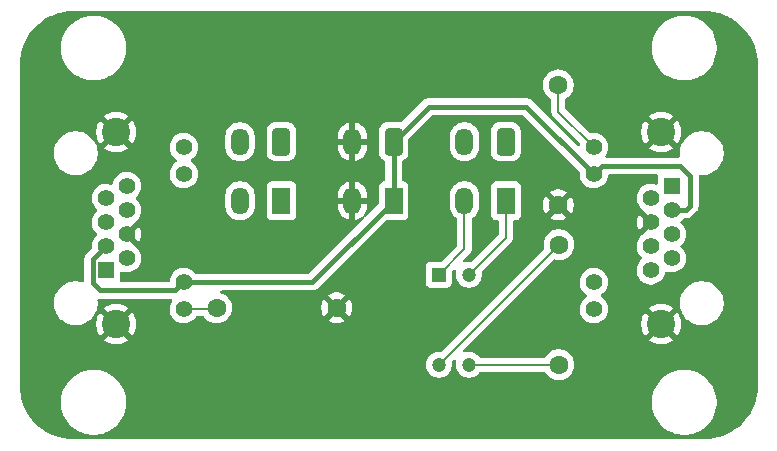
<source format=gbl>
G04 #@! TF.GenerationSoftware,KiCad,Pcbnew,9.0.2*
G04 #@! TF.CreationDate,2025-11-18T17:29:13+08:00*
G04 #@! TF.ProjectId,swerve module,73776572-7665-4206-9d6f-64756c652e6b,rev?*
G04 #@! TF.SameCoordinates,Original*
G04 #@! TF.FileFunction,Copper,L2,Bot*
G04 #@! TF.FilePolarity,Positive*
%FSLAX46Y46*%
G04 Gerber Fmt 4.6, Leading zero omitted, Abs format (unit mm)*
G04 Created by KiCad (PCBNEW 9.0.2) date 2025-11-18 17:29:13*
%MOMM*%
%LPD*%
G01*
G04 APERTURE LIST*
G04 Aperture macros list*
%AMRoundRect*
0 Rectangle with rounded corners*
0 $1 Rounding radius*
0 $2 $3 $4 $5 $6 $7 $8 $9 X,Y pos of 4 corners*
0 Add a 4 corners polygon primitive as box body*
4,1,4,$2,$3,$4,$5,$6,$7,$8,$9,$2,$3,0*
0 Add four circle primitives for the rounded corners*
1,1,$1+$1,$2,$3*
1,1,$1+$1,$4,$5*
1,1,$1+$1,$6,$7*
1,1,$1+$1,$8,$9*
0 Add four rect primitives between the rounded corners*
20,1,$1+$1,$2,$3,$4,$5,0*
20,1,$1+$1,$4,$5,$6,$7,0*
20,1,$1+$1,$6,$7,$8,$9,0*
20,1,$1+$1,$8,$9,$2,$3,0*%
G04 Aperture macros list end*
G04 #@! TA.AperFunction,ComponentPad*
%ADD10R,1.500000X2.300000*%
G04 #@! TD*
G04 #@! TA.AperFunction,ComponentPad*
%ADD11RoundRect,0.250001X0.499999X0.899999X-0.499999X0.899999X-0.499999X-0.899999X0.499999X-0.899999X0*%
G04 #@! TD*
G04 #@! TA.AperFunction,ComponentPad*
%ADD12O,1.500000X2.300000*%
G04 #@! TD*
G04 #@! TA.AperFunction,ComponentPad*
%ADD13R,1.408000X1.408000*%
G04 #@! TD*
G04 #@! TA.AperFunction,ComponentPad*
%ADD14C,1.408000*%
G04 #@! TD*
G04 #@! TA.AperFunction,ComponentPad*
%ADD15C,2.400000*%
G04 #@! TD*
G04 #@! TA.AperFunction,ComponentPad*
%ADD16C,1.600000*%
G04 #@! TD*
G04 #@! TA.AperFunction,ComponentPad*
%ADD17R,1.200000X1.200000*%
G04 #@! TD*
G04 #@! TA.AperFunction,ComponentPad*
%ADD18C,1.200000*%
G04 #@! TD*
G04 #@! TA.AperFunction,Conductor*
%ADD19C,0.400000*%
G04 #@! TD*
G04 #@! TA.AperFunction,Conductor*
%ADD20C,0.200000*%
G04 #@! TD*
G04 APERTURE END LIST*
D10*
X93910000Y-53932500D03*
D11*
X93910000Y-48932500D03*
D12*
X90410000Y-53932500D03*
X90410000Y-48932500D03*
D13*
X126960000Y-52680000D03*
D14*
X125180000Y-53700000D03*
X126960000Y-54720000D03*
X125180000Y-55740000D03*
X126960000Y-56760000D03*
X125180000Y-57780000D03*
X126960000Y-58800000D03*
X125180000Y-59820000D03*
X120360000Y-49390000D03*
X120360000Y-51680000D03*
X120360000Y-60820000D03*
X120360000Y-63110000D03*
D15*
X126070000Y-64375000D03*
X126070000Y-48125000D03*
D13*
X79040000Y-59820000D03*
D14*
X80820000Y-58800000D03*
X79040000Y-57780000D03*
X80820000Y-56760000D03*
X79040000Y-55740000D03*
X80820000Y-54720000D03*
X79040000Y-53700000D03*
X80820000Y-52680000D03*
X85640000Y-63110000D03*
X85640000Y-60820000D03*
X85640000Y-51680000D03*
X85640000Y-49390000D03*
D15*
X79930000Y-48125000D03*
X79930000Y-64375000D03*
D16*
X117400000Y-67800000D03*
X117400000Y-57640000D03*
D10*
X103410000Y-53932500D03*
D11*
X103410000Y-48932500D03*
D12*
X99910000Y-53932500D03*
X99910000Y-48932500D03*
D10*
X112910000Y-53932500D03*
D11*
X112910000Y-48932500D03*
D12*
X109410000Y-53932500D03*
X109410000Y-48932500D03*
D16*
X98580000Y-63000000D03*
X88420000Y-63000000D03*
X117350000Y-54280000D03*
X117350000Y-44120000D03*
D17*
X107230000Y-60190000D03*
D18*
X107230000Y-67810000D03*
X109770000Y-60190000D03*
X109770000Y-67810000D03*
D19*
X103410000Y-53932500D02*
X103410000Y-48932500D01*
X114654000Y-45974000D02*
X106368500Y-45974000D01*
X85640000Y-60820000D02*
X96522500Y-60820000D01*
X77935000Y-60925000D02*
X78534000Y-61524000D01*
X78534000Y-61524000D02*
X84936000Y-61524000D01*
X128160000Y-54720000D02*
X126960000Y-54720000D01*
X121064000Y-50976000D02*
X127675448Y-50976000D01*
X127675448Y-50976000D02*
X128524000Y-51824552D01*
X84936000Y-61524000D02*
X85640000Y-60820000D01*
X120360000Y-51680000D02*
X114654000Y-45974000D01*
X128524000Y-54356000D02*
X128160000Y-54720000D01*
X77935000Y-58885000D02*
X77935000Y-60925000D01*
X120360000Y-51680000D02*
X121064000Y-50976000D01*
X79040000Y-57780000D02*
X77935000Y-58885000D01*
X96522500Y-60820000D02*
X103410000Y-53932500D01*
X128524000Y-51824552D02*
X128524000Y-54356000D01*
X106368500Y-45974000D02*
X103410000Y-48932500D01*
X126346000Y-64651000D02*
X126070000Y-64375000D01*
D20*
X112910000Y-57050000D02*
X109770000Y-60190000D01*
X112910000Y-53932500D02*
X112910000Y-57050000D01*
X109410000Y-53932500D02*
X109410000Y-58010000D01*
X109410000Y-58010000D02*
X107230000Y-60190000D01*
X117390000Y-67810000D02*
X117400000Y-67800000D01*
X109770000Y-67810000D02*
X117390000Y-67810000D01*
X107230000Y-67810000D02*
X117400000Y-57640000D01*
X85640000Y-63110000D02*
X88310000Y-63110000D01*
X88310000Y-63110000D02*
X88420000Y-63000000D01*
X117350000Y-46380000D02*
X120360000Y-49390000D01*
X117350000Y-44120000D02*
X117350000Y-46380000D01*
G04 #@! TA.AperFunction,Conductor*
G36*
X129752702Y-37890617D02*
G01*
X130136771Y-37907386D01*
X130147506Y-37908326D01*
X130525971Y-37958152D01*
X130536597Y-37960025D01*
X130909284Y-38042648D01*
X130919710Y-38045442D01*
X131283765Y-38160227D01*
X131293911Y-38163920D01*
X131646578Y-38310000D01*
X131656369Y-38314566D01*
X131925875Y-38454862D01*
X131994942Y-38490816D01*
X132004310Y-38496224D01*
X132326244Y-38701318D01*
X132335105Y-38707523D01*
X132637930Y-38939889D01*
X132646217Y-38946843D01*
X132927635Y-39204715D01*
X132935284Y-39212364D01*
X133193156Y-39493782D01*
X133200110Y-39502069D01*
X133432476Y-39804894D01*
X133438681Y-39813755D01*
X133643775Y-40135689D01*
X133649183Y-40145057D01*
X133825430Y-40483623D01*
X133830002Y-40493427D01*
X133976075Y-40846078D01*
X133979775Y-40856244D01*
X134094554Y-41220278D01*
X134097354Y-41230727D01*
X134179971Y-41603389D01*
X134181849Y-41614042D01*
X134231671Y-41992473D01*
X134232614Y-42003249D01*
X134249382Y-42387297D01*
X134249500Y-42392706D01*
X134249500Y-69607293D01*
X134249382Y-69612702D01*
X134232614Y-69996750D01*
X134231671Y-70007526D01*
X134181849Y-70385957D01*
X134179971Y-70396610D01*
X134097354Y-70769272D01*
X134094554Y-70779721D01*
X133979775Y-71143755D01*
X133976075Y-71153921D01*
X133830002Y-71506572D01*
X133825430Y-71516376D01*
X133649183Y-71854942D01*
X133643775Y-71864310D01*
X133438681Y-72186244D01*
X133432476Y-72195105D01*
X133200110Y-72497930D01*
X133193156Y-72506217D01*
X132935284Y-72787635D01*
X132927635Y-72795284D01*
X132646217Y-73053156D01*
X132637930Y-73060110D01*
X132335105Y-73292476D01*
X132326244Y-73298681D01*
X132004310Y-73503775D01*
X131994942Y-73509183D01*
X131656376Y-73685430D01*
X131646572Y-73690002D01*
X131293921Y-73836075D01*
X131283755Y-73839775D01*
X130919721Y-73954554D01*
X130909272Y-73957354D01*
X130536610Y-74039971D01*
X130525957Y-74041849D01*
X130147526Y-74091671D01*
X130136750Y-74092614D01*
X129752703Y-74109382D01*
X129747294Y-74109500D01*
X76252706Y-74109500D01*
X76247297Y-74109382D01*
X75863249Y-74092614D01*
X75852473Y-74091671D01*
X75474042Y-74041849D01*
X75463389Y-74039971D01*
X75090727Y-73957354D01*
X75080278Y-73954554D01*
X74716244Y-73839775D01*
X74706078Y-73836075D01*
X74353427Y-73690002D01*
X74343623Y-73685430D01*
X74005057Y-73509183D01*
X73995689Y-73503775D01*
X73673755Y-73298681D01*
X73664894Y-73292476D01*
X73362069Y-73060110D01*
X73353782Y-73053156D01*
X73072364Y-72795284D01*
X73064715Y-72787635D01*
X72806843Y-72506217D01*
X72799889Y-72497930D01*
X72567523Y-72195105D01*
X72561318Y-72186244D01*
X72356224Y-71864310D01*
X72350816Y-71854942D01*
X72302770Y-71762647D01*
X72174566Y-71516369D01*
X72169997Y-71506572D01*
X72151308Y-71461452D01*
X72023920Y-71153911D01*
X72020224Y-71143755D01*
X71938821Y-70885577D01*
X71926194Y-70845528D01*
X75249500Y-70845528D01*
X75249500Y-71154471D01*
X75284086Y-71461437D01*
X75284089Y-71461455D01*
X75352831Y-71762635D01*
X75352835Y-71762647D01*
X75454862Y-72054222D01*
X75454868Y-72054236D01*
X75588903Y-72332562D01*
X75588905Y-72332565D01*
X75753265Y-72594143D01*
X75945880Y-72835674D01*
X76164326Y-73054120D01*
X76405857Y-73246735D01*
X76667435Y-73411095D01*
X76945771Y-73545135D01*
X76945777Y-73545137D01*
X77237352Y-73647164D01*
X77237364Y-73647168D01*
X77538548Y-73715911D01*
X77538554Y-73715911D01*
X77538562Y-73715913D01*
X77743206Y-73738970D01*
X77845529Y-73750499D01*
X77845532Y-73750500D01*
X77845535Y-73750500D01*
X78154468Y-73750500D01*
X78154469Y-73750499D01*
X78311356Y-73732822D01*
X78461437Y-73715913D01*
X78461442Y-73715912D01*
X78461452Y-73715911D01*
X78762636Y-73647168D01*
X79054229Y-73545135D01*
X79332565Y-73411095D01*
X79594143Y-73246735D01*
X79835674Y-73054120D01*
X80054120Y-72835674D01*
X80246735Y-72594143D01*
X80411095Y-72332565D01*
X80545135Y-72054229D01*
X80647168Y-71762636D01*
X80715911Y-71461452D01*
X80750500Y-71154465D01*
X80750500Y-70845535D01*
X80750499Y-70845528D01*
X125249500Y-70845528D01*
X125249500Y-71154471D01*
X125284086Y-71461437D01*
X125284089Y-71461455D01*
X125352831Y-71762635D01*
X125352835Y-71762647D01*
X125454862Y-72054222D01*
X125454868Y-72054236D01*
X125588903Y-72332562D01*
X125588905Y-72332565D01*
X125753265Y-72594143D01*
X125945880Y-72835674D01*
X126164326Y-73054120D01*
X126405857Y-73246735D01*
X126667435Y-73411095D01*
X126945771Y-73545135D01*
X126945777Y-73545137D01*
X127237352Y-73647164D01*
X127237364Y-73647168D01*
X127538548Y-73715911D01*
X127538554Y-73715911D01*
X127538562Y-73715913D01*
X127743206Y-73738970D01*
X127845529Y-73750499D01*
X127845532Y-73750500D01*
X127845535Y-73750500D01*
X128154468Y-73750500D01*
X128154469Y-73750499D01*
X128311356Y-73732822D01*
X128461437Y-73715913D01*
X128461442Y-73715912D01*
X128461452Y-73715911D01*
X128762636Y-73647168D01*
X129054229Y-73545135D01*
X129332565Y-73411095D01*
X129594143Y-73246735D01*
X129835674Y-73054120D01*
X130054120Y-72835674D01*
X130246735Y-72594143D01*
X130411095Y-72332565D01*
X130545135Y-72054229D01*
X130647168Y-71762636D01*
X130715911Y-71461452D01*
X130750500Y-71154465D01*
X130750500Y-70845535D01*
X130715911Y-70538548D01*
X130647168Y-70237364D01*
X130545135Y-69945771D01*
X130411095Y-69667435D01*
X130246735Y-69405857D01*
X130054120Y-69164326D01*
X129835674Y-68945880D01*
X129594143Y-68753265D01*
X129332565Y-68588905D01*
X129332562Y-68588903D01*
X129054236Y-68454868D01*
X129054222Y-68454862D01*
X128762647Y-68352835D01*
X128762635Y-68352831D01*
X128461455Y-68284089D01*
X128461437Y-68284086D01*
X128154471Y-68249500D01*
X128154465Y-68249500D01*
X127845535Y-68249500D01*
X127845528Y-68249500D01*
X127538562Y-68284086D01*
X127538544Y-68284089D01*
X127237364Y-68352831D01*
X127237352Y-68352835D01*
X126945777Y-68454862D01*
X126945763Y-68454868D01*
X126667437Y-68588903D01*
X126405858Y-68753264D01*
X126164326Y-68945879D01*
X125945879Y-69164326D01*
X125753264Y-69405858D01*
X125588903Y-69667437D01*
X125454868Y-69945763D01*
X125454862Y-69945777D01*
X125352835Y-70237352D01*
X125352831Y-70237364D01*
X125284089Y-70538544D01*
X125284086Y-70538562D01*
X125249500Y-70845528D01*
X80750499Y-70845528D01*
X80715911Y-70538548D01*
X80647168Y-70237364D01*
X80545135Y-69945771D01*
X80411095Y-69667435D01*
X80246735Y-69405857D01*
X80054120Y-69164326D01*
X79835674Y-68945880D01*
X79594143Y-68753265D01*
X79332565Y-68588905D01*
X79332562Y-68588903D01*
X79054236Y-68454868D01*
X79054222Y-68454862D01*
X78762647Y-68352835D01*
X78762635Y-68352831D01*
X78461455Y-68284089D01*
X78461437Y-68284086D01*
X78154471Y-68249500D01*
X78154465Y-68249500D01*
X77845535Y-68249500D01*
X77845528Y-68249500D01*
X77538562Y-68284086D01*
X77538544Y-68284089D01*
X77237364Y-68352831D01*
X77237352Y-68352835D01*
X76945777Y-68454862D01*
X76945763Y-68454868D01*
X76667437Y-68588903D01*
X76405858Y-68753264D01*
X76164326Y-68945879D01*
X75945879Y-69164326D01*
X75753264Y-69405858D01*
X75588903Y-69667437D01*
X75454868Y-69945763D01*
X75454862Y-69945777D01*
X75352835Y-70237352D01*
X75352831Y-70237364D01*
X75284089Y-70538544D01*
X75284086Y-70538562D01*
X75249500Y-70845528D01*
X71926194Y-70845528D01*
X71905442Y-70779710D01*
X71902648Y-70769284D01*
X71820025Y-70396597D01*
X71818152Y-70385971D01*
X71768326Y-70007506D01*
X71767386Y-69996771D01*
X71750618Y-69612702D01*
X71750500Y-69607293D01*
X71750500Y-67723389D01*
X106129500Y-67723389D01*
X106129500Y-67896611D01*
X106156598Y-68067701D01*
X106210127Y-68232445D01*
X106288768Y-68386788D01*
X106390586Y-68526928D01*
X106513072Y-68649414D01*
X106653212Y-68751232D01*
X106807555Y-68829873D01*
X106972299Y-68883402D01*
X107143389Y-68910500D01*
X107143390Y-68910500D01*
X107316610Y-68910500D01*
X107316611Y-68910500D01*
X107487701Y-68883402D01*
X107652445Y-68829873D01*
X107806788Y-68751232D01*
X107946928Y-68649414D01*
X108069414Y-68526928D01*
X108171232Y-68386788D01*
X108249873Y-68232445D01*
X108303402Y-68067701D01*
X108330500Y-67896611D01*
X108330500Y-67723389D01*
X108317870Y-67643648D01*
X108318571Y-67638224D01*
X108316659Y-67633098D01*
X108323000Y-67603945D01*
X108326824Y-67574358D01*
X108330656Y-67568753D01*
X108331511Y-67564825D01*
X108352659Y-67536574D01*
X108504490Y-67384743D01*
X108565811Y-67351260D01*
X108635503Y-67356244D01*
X108691436Y-67398116D01*
X108715853Y-67463580D01*
X108710100Y-67510743D01*
X108696598Y-67552297D01*
X108696597Y-67552301D01*
X108682129Y-67643652D01*
X108669500Y-67723389D01*
X108669500Y-67896611D01*
X108696598Y-68067701D01*
X108750127Y-68232445D01*
X108828768Y-68386788D01*
X108930586Y-68526928D01*
X109053072Y-68649414D01*
X109193212Y-68751232D01*
X109347555Y-68829873D01*
X109512299Y-68883402D01*
X109683389Y-68910500D01*
X109683390Y-68910500D01*
X109856610Y-68910500D01*
X109856611Y-68910500D01*
X110027701Y-68883402D01*
X110192445Y-68829873D01*
X110346788Y-68751232D01*
X110486928Y-68649414D01*
X110609414Y-68526928D01*
X110656868Y-68461613D01*
X110712197Y-68418949D01*
X110757185Y-68410500D01*
X116175494Y-68410500D01*
X116242533Y-68430185D01*
X116285979Y-68478207D01*
X116287713Y-68481610D01*
X116365667Y-68588905D01*
X116408034Y-68647219D01*
X116552786Y-68791971D01*
X116678633Y-68883402D01*
X116718390Y-68912287D01*
X116834607Y-68971503D01*
X116900776Y-69005218D01*
X116900778Y-69005218D01*
X116900781Y-69005220D01*
X117005137Y-69039127D01*
X117095465Y-69068477D01*
X117196557Y-69084488D01*
X117297648Y-69100500D01*
X117297649Y-69100500D01*
X117502351Y-69100500D01*
X117502352Y-69100500D01*
X117704534Y-69068477D01*
X117899219Y-69005220D01*
X118081610Y-68912287D01*
X118195047Y-68829871D01*
X118247213Y-68791971D01*
X118247215Y-68791968D01*
X118247219Y-68791966D01*
X118391966Y-68647219D01*
X118391968Y-68647215D01*
X118391971Y-68647213D01*
X118479361Y-68526929D01*
X118512287Y-68481610D01*
X118605220Y-68299219D01*
X118668477Y-68104534D01*
X118700500Y-67902352D01*
X118700500Y-67697648D01*
X118682064Y-67581247D01*
X118668477Y-67495465D01*
X118633414Y-67387552D01*
X118605220Y-67300781D01*
X118605218Y-67300778D01*
X118605218Y-67300776D01*
X118558710Y-67209500D01*
X118512287Y-67118390D01*
X118493890Y-67093069D01*
X118391971Y-66952786D01*
X118247213Y-66808028D01*
X118081613Y-66687715D01*
X118081612Y-66687714D01*
X118081610Y-66687713D01*
X118014096Y-66653313D01*
X117899223Y-66594781D01*
X117704534Y-66531522D01*
X117529995Y-66503878D01*
X117502352Y-66499500D01*
X117297648Y-66499500D01*
X117273329Y-66503351D01*
X117095465Y-66531522D01*
X116900776Y-66594781D01*
X116718386Y-66687715D01*
X116552786Y-66808028D01*
X116408028Y-66952786D01*
X116287713Y-67118388D01*
X116275788Y-67141794D01*
X116227814Y-67192590D01*
X116165303Y-67209500D01*
X110757185Y-67209500D01*
X110690146Y-67189815D01*
X110656867Y-67158386D01*
X110609414Y-67093072D01*
X110486928Y-66970586D01*
X110346788Y-66868768D01*
X110192445Y-66790127D01*
X110027701Y-66736598D01*
X110027699Y-66736597D01*
X110027698Y-66736597D01*
X109896271Y-66715781D01*
X109856611Y-66709500D01*
X109683389Y-66709500D01*
X109651192Y-66714599D01*
X109512301Y-66736597D01*
X109512297Y-66736598D01*
X109470743Y-66750100D01*
X109400902Y-66752095D01*
X109341069Y-66716014D01*
X109310242Y-66653313D01*
X109318207Y-66583899D01*
X109344742Y-66544491D01*
X115164034Y-60725199D01*
X119155500Y-60725199D01*
X119155500Y-60914800D01*
X119178191Y-61058067D01*
X119185158Y-61102055D01*
X119220190Y-61209871D01*
X119243747Y-61282372D01*
X119292097Y-61377263D01*
X119329819Y-61451296D01*
X119441259Y-61604679D01*
X119575321Y-61738741D01*
X119728704Y-61850181D01*
X119728706Y-61850182D01*
X119737211Y-61854516D01*
X119788006Y-61902490D01*
X119804801Y-61970311D01*
X119782263Y-62036446D01*
X119737211Y-62075484D01*
X119728706Y-62079817D01*
X119575319Y-62191260D01*
X119441260Y-62325319D01*
X119329819Y-62478703D01*
X119243747Y-62647627D01*
X119185157Y-62827949D01*
X119155500Y-63015199D01*
X119155500Y-63204800D01*
X119179060Y-63353553D01*
X119185158Y-63392055D01*
X119224750Y-63513905D01*
X119243747Y-63572372D01*
X119324158Y-63730185D01*
X119329819Y-63741296D01*
X119441259Y-63894679D01*
X119575321Y-64028741D01*
X119728704Y-64140181D01*
X119808515Y-64180846D01*
X119897627Y-64226252D01*
X119897629Y-64226252D01*
X119897632Y-64226254D01*
X120077945Y-64284842D01*
X120171574Y-64299671D01*
X120265200Y-64314500D01*
X120265204Y-64314500D01*
X120454800Y-64314500D01*
X120546348Y-64300000D01*
X120642055Y-64284842D01*
X120707507Y-64263575D01*
X124370000Y-64263575D01*
X124370000Y-64486424D01*
X124399085Y-64707354D01*
X124399088Y-64707367D01*
X124456763Y-64922618D01*
X124542045Y-65128502D01*
X124542054Y-65128520D01*
X124653464Y-65321491D01*
X124653473Y-65321504D01*
X124704040Y-65387403D01*
X124704043Y-65387403D01*
X125354152Y-64737293D01*
X125361049Y-64753942D01*
X125448599Y-64884970D01*
X125560030Y-64996401D01*
X125691058Y-65083951D01*
X125707705Y-65090846D01*
X125057595Y-65740955D01*
X125057595Y-65740956D01*
X125123507Y-65791533D01*
X125316485Y-65902949D01*
X125316497Y-65902954D01*
X125522381Y-65988236D01*
X125737632Y-66045911D01*
X125737645Y-66045914D01*
X125958575Y-66075000D01*
X126181425Y-66075000D01*
X126402354Y-66045914D01*
X126402367Y-66045911D01*
X126617618Y-65988236D01*
X126823502Y-65902954D01*
X126823514Y-65902949D01*
X127016498Y-65791530D01*
X127082403Y-65740957D01*
X127082404Y-65740956D01*
X126432294Y-65090846D01*
X126448942Y-65083951D01*
X126579970Y-64996401D01*
X126691401Y-64884970D01*
X126778951Y-64753942D01*
X126785846Y-64737294D01*
X127435956Y-65387404D01*
X127435957Y-65387403D01*
X127486530Y-65321498D01*
X127597949Y-65128514D01*
X127597954Y-65128502D01*
X127683236Y-64922618D01*
X127740911Y-64707367D01*
X127740914Y-64707354D01*
X127770000Y-64486424D01*
X127770000Y-64263575D01*
X127740914Y-64042645D01*
X127740911Y-64042632D01*
X127683236Y-63827381D01*
X127597954Y-63621497D01*
X127597949Y-63621485D01*
X127486533Y-63428507D01*
X127435956Y-63362595D01*
X127435955Y-63362595D01*
X126785846Y-64012704D01*
X126778951Y-63996058D01*
X126691401Y-63865030D01*
X126579970Y-63753599D01*
X126448942Y-63666049D01*
X126432293Y-63659152D01*
X127082403Y-63009043D01*
X127082403Y-63009040D01*
X127016504Y-62958473D01*
X127016491Y-62958464D01*
X126823520Y-62847054D01*
X126823502Y-62847045D01*
X126617618Y-62761763D01*
X126402367Y-62704088D01*
X126402354Y-62704085D01*
X126181425Y-62675000D01*
X125958575Y-62675000D01*
X125737645Y-62704085D01*
X125737632Y-62704088D01*
X125522381Y-62761763D01*
X125316497Y-62847045D01*
X125316479Y-62847054D01*
X125123511Y-62958462D01*
X125057595Y-63009042D01*
X125707706Y-63659152D01*
X125691058Y-63666049D01*
X125560030Y-63753599D01*
X125448599Y-63865030D01*
X125361049Y-63996058D01*
X125354153Y-64012706D01*
X124704042Y-63362595D01*
X124653462Y-63428511D01*
X124542054Y-63621479D01*
X124542045Y-63621497D01*
X124456763Y-63827381D01*
X124399088Y-64042632D01*
X124399085Y-64042645D01*
X124370000Y-64263575D01*
X120707507Y-64263575D01*
X120822368Y-64226254D01*
X120991296Y-64140181D01*
X121144679Y-64028741D01*
X121278741Y-63894679D01*
X121390181Y-63741296D01*
X121476254Y-63572368D01*
X121534842Y-63392055D01*
X121558037Y-63245606D01*
X121564500Y-63204800D01*
X121564500Y-63015199D01*
X121545887Y-62897682D01*
X121534842Y-62827945D01*
X121476254Y-62647632D01*
X121405872Y-62509500D01*
X121390185Y-62478711D01*
X127649500Y-62478711D01*
X127649500Y-62721288D01*
X127681161Y-62961785D01*
X127743947Y-63196104D01*
X127795300Y-63320080D01*
X127836776Y-63420212D01*
X127958064Y-63630289D01*
X127958066Y-63630292D01*
X127958067Y-63630293D01*
X128105733Y-63822736D01*
X128105739Y-63822743D01*
X128277256Y-63994260D01*
X128277263Y-63994266D01*
X128312685Y-64021446D01*
X128469711Y-64141936D01*
X128679788Y-64263224D01*
X128903900Y-64356054D01*
X129138211Y-64418838D01*
X129318586Y-64442584D01*
X129378711Y-64450500D01*
X129378712Y-64450500D01*
X129621289Y-64450500D01*
X129669388Y-64444167D01*
X129861789Y-64418838D01*
X130096100Y-64356054D01*
X130320212Y-64263224D01*
X130530289Y-64141936D01*
X130722738Y-63994265D01*
X130894265Y-63822738D01*
X131041936Y-63630289D01*
X131163224Y-63420212D01*
X131256054Y-63196100D01*
X131318838Y-62961789D01*
X131350500Y-62721288D01*
X131350500Y-62478712D01*
X131318838Y-62238211D01*
X131256054Y-62003900D01*
X131163224Y-61779788D01*
X131041936Y-61569711D01*
X130894265Y-61377262D01*
X130894260Y-61377256D01*
X130722743Y-61205739D01*
X130722736Y-61205733D01*
X130530293Y-61058067D01*
X130530292Y-61058066D01*
X130530289Y-61058064D01*
X130320212Y-60936776D01*
X130318947Y-60936252D01*
X130096104Y-60843947D01*
X129861785Y-60781161D01*
X129621289Y-60749500D01*
X129621288Y-60749500D01*
X129378712Y-60749500D01*
X129378711Y-60749500D01*
X129138214Y-60781161D01*
X128903895Y-60843947D01*
X128679794Y-60936773D01*
X128679785Y-60936777D01*
X128469706Y-61058067D01*
X128277263Y-61205733D01*
X128277256Y-61205739D01*
X128105739Y-61377256D01*
X128105733Y-61377263D01*
X127958067Y-61569706D01*
X127836777Y-61779785D01*
X127836773Y-61779794D01*
X127743947Y-62003895D01*
X127681161Y-62238214D01*
X127649500Y-62478711D01*
X121390185Y-62478711D01*
X121390182Y-62478706D01*
X121375419Y-62458386D01*
X121278741Y-62325321D01*
X121144679Y-62191259D01*
X120991296Y-62079819D01*
X120982792Y-62075486D01*
X120931995Y-62027513D01*
X120915198Y-61959692D01*
X120937734Y-61893557D01*
X120982792Y-61854514D01*
X120982803Y-61854508D01*
X120991296Y-61850181D01*
X121144679Y-61738741D01*
X121278741Y-61604679D01*
X121390181Y-61451296D01*
X121476254Y-61282368D01*
X121534842Y-61102055D01*
X121561019Y-60936776D01*
X121564500Y-60914800D01*
X121564500Y-60725199D01*
X121545411Y-60604679D01*
X121534842Y-60537945D01*
X121476254Y-60357632D01*
X121476252Y-60357629D01*
X121476252Y-60357627D01*
X121390180Y-60188703D01*
X121328197Y-60103391D01*
X121278741Y-60035321D01*
X121144679Y-59901259D01*
X120991296Y-59789819D01*
X120822372Y-59703747D01*
X120763905Y-59684750D01*
X120642055Y-59645158D01*
X120642051Y-59645157D01*
X120642050Y-59645157D01*
X120454800Y-59615500D01*
X120454796Y-59615500D01*
X120265204Y-59615500D01*
X120265200Y-59615500D01*
X120077949Y-59645157D01*
X120077946Y-59645157D01*
X120077945Y-59645158D01*
X120019482Y-59664153D01*
X119897627Y-59703747D01*
X119728703Y-59789819D01*
X119575319Y-59901260D01*
X119441260Y-60035319D01*
X119329819Y-60188703D01*
X119243747Y-60357627D01*
X119185157Y-60537949D01*
X119155500Y-60725199D01*
X115164034Y-60725199D01*
X116955158Y-58934075D01*
X117016479Y-58900592D01*
X117081151Y-58903825D01*
X117095466Y-58908477D01*
X117297648Y-58940500D01*
X117297649Y-58940500D01*
X117502351Y-58940500D01*
X117502352Y-58940500D01*
X117704534Y-58908477D01*
X117899219Y-58845220D01*
X118081610Y-58752287D01*
X118180186Y-58680668D01*
X118247213Y-58631971D01*
X118247215Y-58631968D01*
X118247219Y-58631966D01*
X118391966Y-58487219D01*
X118391968Y-58487215D01*
X118391971Y-58487213D01*
X118447127Y-58411296D01*
X118512287Y-58321610D01*
X118605220Y-58139219D01*
X118668477Y-57944534D01*
X118700500Y-57742352D01*
X118700500Y-57537648D01*
X118681662Y-57418709D01*
X118668477Y-57335465D01*
X118639127Y-57245137D01*
X118605220Y-57140781D01*
X118605218Y-57140778D01*
X118605218Y-57140776D01*
X118571503Y-57074607D01*
X118512287Y-56958390D01*
X118504556Y-56947749D01*
X118391971Y-56792786D01*
X118247213Y-56648028D01*
X118081613Y-56527715D01*
X118081612Y-56527714D01*
X118081610Y-56527713D01*
X117983943Y-56477949D01*
X117899223Y-56434781D01*
X117704534Y-56371522D01*
X117529995Y-56343878D01*
X117502352Y-56339500D01*
X117297648Y-56339500D01*
X117273329Y-56343351D01*
X117095465Y-56371522D01*
X116900776Y-56434781D01*
X116718386Y-56527715D01*
X116552786Y-56648028D01*
X116408028Y-56792786D01*
X116287715Y-56958386D01*
X116194781Y-57140776D01*
X116131522Y-57335465D01*
X116099500Y-57537648D01*
X116099500Y-57742351D01*
X116131522Y-57944534D01*
X116136173Y-57958848D01*
X116138165Y-58028690D01*
X116105921Y-58084842D01*
X107503427Y-66687336D01*
X107442104Y-66720821D01*
X107396349Y-66722128D01*
X107316617Y-66709500D01*
X107316611Y-66709500D01*
X107143389Y-66709500D01*
X107103728Y-66715781D01*
X106972302Y-66736597D01*
X106807552Y-66790128D01*
X106653211Y-66868768D01*
X106573256Y-66926859D01*
X106513072Y-66970586D01*
X106513070Y-66970588D01*
X106513069Y-66970588D01*
X106390588Y-67093069D01*
X106390588Y-67093070D01*
X106390586Y-67093072D01*
X106355187Y-67141794D01*
X106288768Y-67233211D01*
X106210128Y-67387552D01*
X106210127Y-67387554D01*
X106210127Y-67387555D01*
X106185425Y-67463580D01*
X106156597Y-67552302D01*
X106142989Y-67638224D01*
X106129500Y-67723389D01*
X71750500Y-67723389D01*
X71750500Y-62478711D01*
X74649500Y-62478711D01*
X74649500Y-62721288D01*
X74681161Y-62961785D01*
X74743947Y-63196104D01*
X74795300Y-63320080D01*
X74836776Y-63420212D01*
X74958064Y-63630289D01*
X74958066Y-63630292D01*
X74958067Y-63630293D01*
X75105733Y-63822736D01*
X75105739Y-63822743D01*
X75277256Y-63994260D01*
X75277263Y-63994266D01*
X75312685Y-64021446D01*
X75469711Y-64141936D01*
X75679788Y-64263224D01*
X75903900Y-64356054D01*
X76138211Y-64418838D01*
X76318586Y-64442584D01*
X76378711Y-64450500D01*
X76378712Y-64450500D01*
X76621289Y-64450500D01*
X76669388Y-64444167D01*
X76861789Y-64418838D01*
X77096100Y-64356054D01*
X77319365Y-64263575D01*
X78230000Y-64263575D01*
X78230000Y-64486424D01*
X78259085Y-64707354D01*
X78259088Y-64707367D01*
X78316763Y-64922618D01*
X78402045Y-65128502D01*
X78402054Y-65128520D01*
X78513464Y-65321491D01*
X78513473Y-65321504D01*
X78564040Y-65387403D01*
X78564043Y-65387403D01*
X79214152Y-64737293D01*
X79221049Y-64753942D01*
X79308599Y-64884970D01*
X79420030Y-64996401D01*
X79551058Y-65083951D01*
X79567705Y-65090846D01*
X78917595Y-65740955D01*
X78917595Y-65740956D01*
X78983507Y-65791533D01*
X79176485Y-65902949D01*
X79176497Y-65902954D01*
X79382381Y-65988236D01*
X79597632Y-66045911D01*
X79597645Y-66045914D01*
X79818575Y-66075000D01*
X80041425Y-66075000D01*
X80262354Y-66045914D01*
X80262367Y-66045911D01*
X80477618Y-65988236D01*
X80683502Y-65902954D01*
X80683514Y-65902949D01*
X80876498Y-65791530D01*
X80942403Y-65740957D01*
X80942404Y-65740956D01*
X80292294Y-65090846D01*
X80308942Y-65083951D01*
X80439970Y-64996401D01*
X80551401Y-64884970D01*
X80638951Y-64753942D01*
X80645846Y-64737294D01*
X81295956Y-65387404D01*
X81295957Y-65387403D01*
X81346530Y-65321498D01*
X81457949Y-65128514D01*
X81457954Y-65128502D01*
X81543236Y-64922618D01*
X81600911Y-64707367D01*
X81600914Y-64707354D01*
X81630000Y-64486424D01*
X81630000Y-64263575D01*
X81600914Y-64042645D01*
X81600911Y-64042632D01*
X81543236Y-63827381D01*
X81457954Y-63621497D01*
X81457949Y-63621485D01*
X81346533Y-63428507D01*
X81295956Y-63362595D01*
X81295955Y-63362595D01*
X80645846Y-64012704D01*
X80638951Y-63996058D01*
X80551401Y-63865030D01*
X80439970Y-63753599D01*
X80308942Y-63666049D01*
X80292293Y-63659152D01*
X80942403Y-63009043D01*
X80942403Y-63009040D01*
X80876504Y-62958473D01*
X80876491Y-62958464D01*
X80683520Y-62847054D01*
X80683502Y-62847045D01*
X80477618Y-62761763D01*
X80262367Y-62704088D01*
X80262354Y-62704085D01*
X80041425Y-62675000D01*
X79818575Y-62675000D01*
X79597645Y-62704085D01*
X79597632Y-62704088D01*
X79382381Y-62761763D01*
X79176497Y-62847045D01*
X79176479Y-62847054D01*
X78983511Y-62958462D01*
X78917595Y-63009042D01*
X79567706Y-63659152D01*
X79551058Y-63666049D01*
X79420030Y-63753599D01*
X79308599Y-63865030D01*
X79221049Y-63996058D01*
X79214153Y-64012706D01*
X78564042Y-63362595D01*
X78513462Y-63428511D01*
X78402054Y-63621479D01*
X78402045Y-63621497D01*
X78316763Y-63827381D01*
X78259088Y-64042632D01*
X78259085Y-64042645D01*
X78230000Y-64263575D01*
X77319365Y-64263575D01*
X77320212Y-64263224D01*
X77530289Y-64141936D01*
X77722738Y-63994265D01*
X77894265Y-63822738D01*
X78041936Y-63630289D01*
X78163224Y-63420212D01*
X78256054Y-63196100D01*
X78318838Y-62961789D01*
X78350500Y-62721288D01*
X78350500Y-62478712D01*
X78335481Y-62364633D01*
X78346246Y-62295602D01*
X78392626Y-62243346D01*
X78458914Y-62224735D01*
X78458914Y-62224500D01*
X78459753Y-62224500D01*
X78459895Y-62224460D01*
X78460616Y-62224500D01*
X78465006Y-62224500D01*
X78465007Y-62224500D01*
X84551146Y-62224500D01*
X84618185Y-62244185D01*
X84663940Y-62296989D01*
X84673884Y-62366147D01*
X84651463Y-62421386D01*
X84609821Y-62478699D01*
X84523747Y-62647627D01*
X84465157Y-62827949D01*
X84435500Y-63015199D01*
X84435500Y-63204800D01*
X84459060Y-63353553D01*
X84465158Y-63392055D01*
X84504750Y-63513905D01*
X84523747Y-63572372D01*
X84604158Y-63730185D01*
X84609819Y-63741296D01*
X84721259Y-63894679D01*
X84855321Y-64028741D01*
X85008704Y-64140181D01*
X85088515Y-64180846D01*
X85177627Y-64226252D01*
X85177629Y-64226252D01*
X85177632Y-64226254D01*
X85357945Y-64284842D01*
X85451574Y-64299671D01*
X85545200Y-64314500D01*
X85545204Y-64314500D01*
X85734800Y-64314500D01*
X85826348Y-64300000D01*
X85922055Y-64284842D01*
X86102368Y-64226254D01*
X86271296Y-64140181D01*
X86424679Y-64028741D01*
X86558741Y-63894679D01*
X86655419Y-63761613D01*
X86710750Y-63718949D01*
X86755737Y-63710500D01*
X87265521Y-63710500D01*
X87332560Y-63730185D01*
X87365839Y-63761615D01*
X87428030Y-63847215D01*
X87572786Y-63991971D01*
X87693226Y-64079474D01*
X87738390Y-64112287D01*
X87854607Y-64171503D01*
X87920776Y-64205218D01*
X87920778Y-64205218D01*
X87920781Y-64205220D01*
X87985508Y-64226251D01*
X88115465Y-64268477D01*
X88216557Y-64284488D01*
X88317648Y-64300500D01*
X88317649Y-64300500D01*
X88522351Y-64300500D01*
X88522352Y-64300500D01*
X88724534Y-64268477D01*
X88919219Y-64205220D01*
X89101610Y-64112287D01*
X89226643Y-64021446D01*
X89267213Y-63991971D01*
X89267215Y-63991968D01*
X89267219Y-63991966D01*
X89411966Y-63847219D01*
X89411968Y-63847215D01*
X89411971Y-63847213D01*
X89496995Y-63730185D01*
X89532287Y-63681610D01*
X89625220Y-63499219D01*
X89688477Y-63304534D01*
X89720500Y-63102352D01*
X89720500Y-62897682D01*
X97280000Y-62897682D01*
X97280000Y-63102317D01*
X97312009Y-63304417D01*
X97375244Y-63499031D01*
X97468141Y-63681350D01*
X97468147Y-63681359D01*
X97500523Y-63725921D01*
X97500524Y-63725922D01*
X98180000Y-63046446D01*
X98180000Y-63052661D01*
X98207259Y-63154394D01*
X98259920Y-63245606D01*
X98334394Y-63320080D01*
X98425606Y-63372741D01*
X98527339Y-63400000D01*
X98533553Y-63400000D01*
X97854076Y-64079474D01*
X97898650Y-64111859D01*
X98080968Y-64204755D01*
X98275582Y-64267990D01*
X98477683Y-64300000D01*
X98682317Y-64300000D01*
X98884417Y-64267990D01*
X99079031Y-64204755D01*
X99261349Y-64111859D01*
X99305921Y-64079474D01*
X98626447Y-63400000D01*
X98632661Y-63400000D01*
X98734394Y-63372741D01*
X98825606Y-63320080D01*
X98900080Y-63245606D01*
X98952741Y-63154394D01*
X98980000Y-63052661D01*
X98980000Y-63046448D01*
X99659474Y-63725922D01*
X99659474Y-63725921D01*
X99691859Y-63681349D01*
X99784755Y-63499031D01*
X99847990Y-63304417D01*
X99880000Y-63102317D01*
X99880000Y-62897682D01*
X99847990Y-62695582D01*
X99784755Y-62500968D01*
X99691859Y-62318650D01*
X99659474Y-62274077D01*
X99659474Y-62274076D01*
X98980000Y-62953551D01*
X98980000Y-62947339D01*
X98952741Y-62845606D01*
X98900080Y-62754394D01*
X98825606Y-62679920D01*
X98734394Y-62627259D01*
X98632661Y-62600000D01*
X98626446Y-62600000D01*
X99305922Y-61920524D01*
X99305921Y-61920523D01*
X99261359Y-61888147D01*
X99261350Y-61888141D01*
X99079031Y-61795244D01*
X98884417Y-61732009D01*
X98682317Y-61700000D01*
X98477683Y-61700000D01*
X98275582Y-61732009D01*
X98080968Y-61795244D01*
X97898644Y-61888143D01*
X97854077Y-61920523D01*
X97854077Y-61920524D01*
X98533554Y-62600000D01*
X98527339Y-62600000D01*
X98425606Y-62627259D01*
X98334394Y-62679920D01*
X98259920Y-62754394D01*
X98207259Y-62845606D01*
X98180000Y-62947339D01*
X98180000Y-62953553D01*
X97500524Y-62274077D01*
X97500523Y-62274077D01*
X97468143Y-62318644D01*
X97375244Y-62500968D01*
X97312009Y-62695582D01*
X97280000Y-62897682D01*
X89720500Y-62897682D01*
X89720500Y-62897648D01*
X89698978Y-62761763D01*
X89688477Y-62695465D01*
X89628053Y-62509500D01*
X89625220Y-62500781D01*
X89625218Y-62500778D01*
X89625218Y-62500776D01*
X89556620Y-62366147D01*
X89532287Y-62318390D01*
X89500092Y-62274077D01*
X89411971Y-62152786D01*
X89267213Y-62008028D01*
X89101613Y-61887715D01*
X89101612Y-61887714D01*
X89101610Y-61887713D01*
X89036457Y-61854516D01*
X88919223Y-61794781D01*
X88819659Y-61762431D01*
X88761984Y-61722993D01*
X88734786Y-61658634D01*
X88746701Y-61589788D01*
X88793945Y-61538312D01*
X88857978Y-61520500D01*
X96591496Y-61520500D01*
X96682540Y-61502389D01*
X96726828Y-61493580D01*
X96828911Y-61451296D01*
X96854307Y-61440777D01*
X96854308Y-61440776D01*
X96854311Y-61440775D01*
X96969043Y-61364114D01*
X98791022Y-59542135D01*
X106129500Y-59542135D01*
X106129500Y-60837870D01*
X106129501Y-60837876D01*
X106135908Y-60897483D01*
X106186202Y-61032328D01*
X106186206Y-61032335D01*
X106272452Y-61147544D01*
X106272455Y-61147547D01*
X106387664Y-61233793D01*
X106387671Y-61233797D01*
X106522517Y-61284091D01*
X106522516Y-61284091D01*
X106529444Y-61284835D01*
X106582127Y-61290500D01*
X107877872Y-61290499D01*
X107937483Y-61284091D01*
X108072331Y-61233796D01*
X108187546Y-61147546D01*
X108273796Y-61032331D01*
X108324091Y-60897483D01*
X108330500Y-60837873D01*
X108330499Y-59990096D01*
X108350183Y-59923058D01*
X108366813Y-59902421D01*
X108504489Y-59764745D01*
X108565810Y-59731262D01*
X108635502Y-59736246D01*
X108691435Y-59778118D01*
X108715852Y-59843582D01*
X108710099Y-59890744D01*
X108698617Y-59926087D01*
X108696597Y-59932303D01*
X108680281Y-60035318D01*
X108669500Y-60103389D01*
X108669500Y-60276611D01*
X108696598Y-60447701D01*
X108750127Y-60612445D01*
X108828768Y-60766788D01*
X108930586Y-60906928D01*
X109053072Y-61029414D01*
X109193212Y-61131232D01*
X109347555Y-61209873D01*
X109512299Y-61263402D01*
X109683389Y-61290500D01*
X109683390Y-61290500D01*
X109856610Y-61290500D01*
X109856611Y-61290500D01*
X110027701Y-61263402D01*
X110192445Y-61209873D01*
X110346788Y-61131232D01*
X110486928Y-61029414D01*
X110609414Y-60906928D01*
X110711232Y-60766788D01*
X110789873Y-60612445D01*
X110843402Y-60447701D01*
X110870500Y-60276611D01*
X110870500Y-60103389D01*
X110857870Y-60023649D01*
X110866824Y-59954358D01*
X110892659Y-59916575D01*
X113390520Y-57418716D01*
X113469577Y-57281784D01*
X113510501Y-57129057D01*
X113510501Y-56970942D01*
X113510501Y-56963347D01*
X113510500Y-56963329D01*
X113510500Y-55706999D01*
X113530185Y-55639960D01*
X113582989Y-55594205D01*
X113634500Y-55582999D01*
X113707871Y-55582999D01*
X113707872Y-55582999D01*
X113767483Y-55576591D01*
X113902331Y-55526296D01*
X114017546Y-55440046D01*
X114103796Y-55324831D01*
X114111373Y-55304516D01*
X114124664Y-55268882D01*
X114154091Y-55189982D01*
X114158696Y-55147148D01*
X114160500Y-55130373D01*
X114160499Y-54177682D01*
X116050000Y-54177682D01*
X116050000Y-54382317D01*
X116082009Y-54584417D01*
X116145244Y-54779031D01*
X116238141Y-54961350D01*
X116238147Y-54961359D01*
X116270523Y-55005921D01*
X116270524Y-55005922D01*
X116950000Y-54326446D01*
X116950000Y-54332661D01*
X116977259Y-54434394D01*
X117029920Y-54525606D01*
X117104394Y-54600080D01*
X117195606Y-54652741D01*
X117297339Y-54680000D01*
X117303553Y-54680000D01*
X116624076Y-55359474D01*
X116668650Y-55391859D01*
X116850968Y-55484755D01*
X117045582Y-55547990D01*
X117247683Y-55580000D01*
X117452317Y-55580000D01*
X117654417Y-55547990D01*
X117733051Y-55522440D01*
X117849031Y-55484755D01*
X118031349Y-55391859D01*
X118075921Y-55359474D01*
X117396447Y-54680000D01*
X117402661Y-54680000D01*
X117504394Y-54652741D01*
X117595606Y-54600080D01*
X117670080Y-54525606D01*
X117722741Y-54434394D01*
X117750000Y-54332661D01*
X117750000Y-54326447D01*
X118429474Y-55005921D01*
X118461859Y-54961349D01*
X118554755Y-54779031D01*
X118617990Y-54584417D01*
X118650000Y-54382317D01*
X118650000Y-54177682D01*
X118617990Y-53975582D01*
X118554755Y-53780968D01*
X118461859Y-53598650D01*
X118429474Y-53554077D01*
X118429474Y-53554076D01*
X117750000Y-54233551D01*
X117750000Y-54227339D01*
X117722741Y-54125606D01*
X117670080Y-54034394D01*
X117595606Y-53959920D01*
X117504394Y-53907259D01*
X117402661Y-53880000D01*
X117396446Y-53880000D01*
X118075922Y-53200524D01*
X118075921Y-53200523D01*
X118031359Y-53168147D01*
X118031350Y-53168141D01*
X117849031Y-53075244D01*
X117654417Y-53012009D01*
X117452317Y-52980000D01*
X117247683Y-52980000D01*
X117045582Y-53012009D01*
X116850968Y-53075244D01*
X116668644Y-53168143D01*
X116624077Y-53200523D01*
X116624077Y-53200524D01*
X117303554Y-53880000D01*
X117297339Y-53880000D01*
X117195606Y-53907259D01*
X117104394Y-53959920D01*
X117029920Y-54034394D01*
X116977259Y-54125606D01*
X116950000Y-54227339D01*
X116950000Y-54233553D01*
X116270524Y-53554077D01*
X116270523Y-53554077D01*
X116238143Y-53598644D01*
X116145244Y-53780968D01*
X116082009Y-53975582D01*
X116050000Y-54177682D01*
X114160499Y-54177682D01*
X114160499Y-53926446D01*
X114160499Y-53247783D01*
X114160499Y-52734629D01*
X114160498Y-52734623D01*
X114160497Y-52734616D01*
X114154091Y-52675017D01*
X114152152Y-52669819D01*
X114103797Y-52540171D01*
X114103793Y-52540164D01*
X114017547Y-52424955D01*
X114017544Y-52424952D01*
X113902335Y-52338706D01*
X113902328Y-52338702D01*
X113767482Y-52288408D01*
X113767483Y-52288408D01*
X113707883Y-52282001D01*
X113707881Y-52282000D01*
X113707873Y-52282000D01*
X113707864Y-52282000D01*
X112112129Y-52282000D01*
X112112123Y-52282001D01*
X112052516Y-52288408D01*
X111917671Y-52338702D01*
X111917664Y-52338706D01*
X111802455Y-52424952D01*
X111802452Y-52424955D01*
X111716206Y-52540164D01*
X111716202Y-52540171D01*
X111665908Y-52675017D01*
X111659501Y-52734616D01*
X111659501Y-52734623D01*
X111659500Y-52734635D01*
X111659500Y-55130370D01*
X111659501Y-55130376D01*
X111665908Y-55189983D01*
X111716202Y-55324828D01*
X111716206Y-55324835D01*
X111802452Y-55440044D01*
X111802455Y-55440047D01*
X111917664Y-55526293D01*
X111917671Y-55526297D01*
X111946006Y-55536865D01*
X112052517Y-55576591D01*
X112112127Y-55583000D01*
X112185500Y-55582999D01*
X112252538Y-55602683D01*
X112298294Y-55655486D01*
X112309500Y-55706999D01*
X112309500Y-56749901D01*
X112289815Y-56816940D01*
X112273181Y-56837582D01*
X110043426Y-59067336D01*
X109982103Y-59100821D01*
X109936347Y-59102128D01*
X109856615Y-59089500D01*
X109856611Y-59089500D01*
X109683389Y-59089500D01*
X109651192Y-59094599D01*
X109512301Y-59116597D01*
X109512297Y-59116598D01*
X109470746Y-59130099D01*
X109400905Y-59132094D01*
X109341072Y-59096013D01*
X109310245Y-59033312D01*
X109318210Y-58963898D01*
X109344746Y-58924488D01*
X109890520Y-58378716D01*
X109969577Y-58241784D01*
X110010501Y-58089057D01*
X110010501Y-57930942D01*
X110010501Y-57923347D01*
X110010500Y-57923329D01*
X110010500Y-55505096D01*
X110030185Y-55438057D01*
X110061614Y-55404778D01*
X110065403Y-55402024D01*
X110065405Y-55402024D01*
X110224646Y-55286328D01*
X110363828Y-55147146D01*
X110479524Y-54987905D01*
X110568884Y-54812525D01*
X110629709Y-54625326D01*
X110645503Y-54525606D01*
X110660500Y-54430922D01*
X110660500Y-53434077D01*
X110629709Y-53239673D01*
X110568882Y-53052470D01*
X110483297Y-52884500D01*
X110479524Y-52877095D01*
X110363828Y-52717854D01*
X110224646Y-52578672D01*
X110065405Y-52462976D01*
X109890029Y-52373617D01*
X109702826Y-52312790D01*
X109508422Y-52282000D01*
X109508417Y-52282000D01*
X109311583Y-52282000D01*
X109311578Y-52282000D01*
X109117173Y-52312790D01*
X108929970Y-52373617D01*
X108754594Y-52462976D01*
X108680414Y-52516872D01*
X108595354Y-52578672D01*
X108595352Y-52578674D01*
X108595351Y-52578674D01*
X108456174Y-52717851D01*
X108456174Y-52717852D01*
X108456172Y-52717854D01*
X108443980Y-52734635D01*
X108340476Y-52877094D01*
X108251117Y-53052470D01*
X108190290Y-53239673D01*
X108159500Y-53434077D01*
X108159500Y-54430922D01*
X108190290Y-54625326D01*
X108251117Y-54812529D01*
X108326950Y-54961359D01*
X108340476Y-54987905D01*
X108456172Y-55147146D01*
X108595354Y-55286328D01*
X108754005Y-55401595D01*
X108758386Y-55404778D01*
X108801051Y-55460108D01*
X108809500Y-55505096D01*
X108809500Y-57709902D01*
X108789815Y-57776941D01*
X108773181Y-57797583D01*
X107517582Y-59053181D01*
X107456259Y-59086666D01*
X107429901Y-59089500D01*
X106582129Y-59089500D01*
X106582123Y-59089501D01*
X106522516Y-59095908D01*
X106387671Y-59146202D01*
X106387664Y-59146206D01*
X106272455Y-59232452D01*
X106272452Y-59232455D01*
X106186206Y-59347664D01*
X106186202Y-59347671D01*
X106135908Y-59482517D01*
X106129501Y-59542116D01*
X106129500Y-59542135D01*
X98791022Y-59542135D01*
X99894700Y-58438457D01*
X102713838Y-55619318D01*
X102775161Y-55585833D01*
X102801519Y-55582999D01*
X104207871Y-55582999D01*
X104207872Y-55582999D01*
X104267483Y-55576591D01*
X104402331Y-55526296D01*
X104517546Y-55440046D01*
X104603796Y-55324831D01*
X104654091Y-55189983D01*
X104660500Y-55130373D01*
X104660499Y-52734628D01*
X104654091Y-52675017D01*
X104652152Y-52669819D01*
X104603797Y-52540171D01*
X104603793Y-52540164D01*
X104517547Y-52424955D01*
X104517544Y-52424952D01*
X104402335Y-52338706D01*
X104402328Y-52338702D01*
X104267483Y-52288408D01*
X104221243Y-52283437D01*
X104156693Y-52256699D01*
X104116845Y-52199306D01*
X104110500Y-52160148D01*
X104110500Y-50646232D01*
X104130185Y-50579193D01*
X104182989Y-50533438D01*
X104195492Y-50528527D01*
X104229334Y-50517314D01*
X104378655Y-50425211D01*
X104502711Y-50301155D01*
X104594814Y-50151834D01*
X104649999Y-49985297D01*
X104660500Y-49882508D01*
X104660500Y-48724019D01*
X104680185Y-48656980D01*
X104696819Y-48636338D01*
X104899080Y-48434077D01*
X108159500Y-48434077D01*
X108159500Y-49430922D01*
X108190290Y-49625326D01*
X108251117Y-49812529D01*
X108286777Y-49882515D01*
X108340476Y-49987905D01*
X108456172Y-50147146D01*
X108595354Y-50286328D01*
X108754595Y-50402024D01*
X108837455Y-50444243D01*
X108929970Y-50491382D01*
X108929972Y-50491382D01*
X108929975Y-50491384D01*
X109009773Y-50517312D01*
X109117173Y-50552209D01*
X109311578Y-50583000D01*
X109311583Y-50583000D01*
X109508422Y-50583000D01*
X109702826Y-50552209D01*
X109739444Y-50540311D01*
X109890025Y-50491384D01*
X110065405Y-50402024D01*
X110224646Y-50286328D01*
X110363828Y-50147146D01*
X110479524Y-49987905D01*
X110568884Y-49812525D01*
X110629709Y-49625326D01*
X110629728Y-49625205D01*
X110660500Y-49430922D01*
X110660500Y-48434077D01*
X110629709Y-48239673D01*
X110598605Y-48143946D01*
X110568884Y-48052475D01*
X110568881Y-48052471D01*
X110568881Y-48052468D01*
X110560302Y-48035631D01*
X110560301Y-48035630D01*
X110533222Y-47982484D01*
X111659500Y-47982484D01*
X111659500Y-49882515D01*
X111670000Y-49985295D01*
X111670001Y-49985297D01*
X111681927Y-50021288D01*
X111725186Y-50151835D01*
X111725187Y-50151837D01*
X111817286Y-50301151D01*
X111817289Y-50301155D01*
X111941344Y-50425210D01*
X111941348Y-50425213D01*
X112090662Y-50517312D01*
X112090664Y-50517313D01*
X112090666Y-50517314D01*
X112257203Y-50572499D01*
X112359992Y-50583000D01*
X112359997Y-50583000D01*
X113460003Y-50583000D01*
X113460008Y-50583000D01*
X113562797Y-50572499D01*
X113729334Y-50517314D01*
X113878655Y-50425211D01*
X114002711Y-50301155D01*
X114094814Y-50151834D01*
X114149999Y-49985297D01*
X114160500Y-49882508D01*
X114160500Y-47982492D01*
X114149999Y-47879703D01*
X114094814Y-47713166D01*
X114011856Y-47578672D01*
X114002713Y-47563848D01*
X114002710Y-47563844D01*
X113878655Y-47439789D01*
X113878651Y-47439786D01*
X113729337Y-47347687D01*
X113729335Y-47347686D01*
X113646065Y-47320093D01*
X113562797Y-47292501D01*
X113562795Y-47292500D01*
X113460015Y-47282000D01*
X113460008Y-47282000D01*
X112359992Y-47282000D01*
X112359984Y-47282000D01*
X112257204Y-47292500D01*
X112257203Y-47292501D01*
X112090664Y-47347686D01*
X112090662Y-47347687D01*
X111941348Y-47439786D01*
X111941344Y-47439789D01*
X111817289Y-47563844D01*
X111817286Y-47563848D01*
X111725187Y-47713162D01*
X111725186Y-47713164D01*
X111670001Y-47879703D01*
X111670000Y-47879704D01*
X111659500Y-47982484D01*
X110533222Y-47982484D01*
X110479524Y-47877095D01*
X110363828Y-47717854D01*
X110224646Y-47578672D01*
X110065405Y-47462976D01*
X110019892Y-47439786D01*
X109890029Y-47373617D01*
X109702826Y-47312790D01*
X109508422Y-47282000D01*
X109508417Y-47282000D01*
X109311583Y-47282000D01*
X109311578Y-47282000D01*
X109117173Y-47312790D01*
X108929970Y-47373617D01*
X108754594Y-47462976D01*
X108663741Y-47528985D01*
X108595354Y-47578672D01*
X108595352Y-47578674D01*
X108595351Y-47578674D01*
X108456174Y-47717851D01*
X108456174Y-47717852D01*
X108456172Y-47717854D01*
X108417235Y-47771446D01*
X108340476Y-47877094D01*
X108251117Y-48052470D01*
X108190290Y-48239673D01*
X108159500Y-48434077D01*
X104899080Y-48434077D01*
X106622338Y-46710819D01*
X106683661Y-46677334D01*
X106710019Y-46674500D01*
X114312481Y-46674500D01*
X114379520Y-46694185D01*
X114400162Y-46710819D01*
X119127100Y-51437757D01*
X119160585Y-51499080D01*
X119161893Y-51544833D01*
X119155500Y-51585202D01*
X119155500Y-51774800D01*
X119185157Y-51962049D01*
X119185158Y-51962055D01*
X119224750Y-52083905D01*
X119243747Y-52142372D01*
X119327382Y-52306514D01*
X119329819Y-52311296D01*
X119441259Y-52464679D01*
X119575321Y-52598741D01*
X119728704Y-52710181D01*
X119776682Y-52734627D01*
X119897627Y-52796252D01*
X119897629Y-52796252D01*
X119897632Y-52796254D01*
X120077945Y-52854842D01*
X120171574Y-52869671D01*
X120265200Y-52884500D01*
X120265204Y-52884500D01*
X120454800Y-52884500D01*
X120538022Y-52871318D01*
X120642055Y-52854842D01*
X120822368Y-52796254D01*
X120991296Y-52710181D01*
X121144679Y-52598741D01*
X121278741Y-52464679D01*
X121390181Y-52311296D01*
X121476254Y-52142368D01*
X121534842Y-51962055D01*
X121557634Y-51818147D01*
X121563502Y-51781102D01*
X121593431Y-51717968D01*
X121652742Y-51681036D01*
X121685975Y-51676500D01*
X125654933Y-51676500D01*
X125721972Y-51696185D01*
X125767727Y-51748989D01*
X125777671Y-51818147D01*
X125771115Y-51843832D01*
X125761909Y-51868514D01*
X125761908Y-51868516D01*
X125755501Y-51928116D01*
X125755500Y-51928135D01*
X125755500Y-52449833D01*
X125735815Y-52516872D01*
X125683011Y-52562627D01*
X125613853Y-52572571D01*
X125593182Y-52567764D01*
X125462052Y-52525157D01*
X125274800Y-52495500D01*
X125274796Y-52495500D01*
X125085204Y-52495500D01*
X125085200Y-52495500D01*
X124897949Y-52525157D01*
X124897946Y-52525157D01*
X124897945Y-52525158D01*
X124839482Y-52544153D01*
X124717627Y-52583747D01*
X124548703Y-52669819D01*
X124395319Y-52781260D01*
X124261260Y-52915319D01*
X124149819Y-53068703D01*
X124063747Y-53237627D01*
X124005157Y-53417949D01*
X123975500Y-53605199D01*
X123975500Y-53794800D01*
X123997756Y-53935319D01*
X124005158Y-53982055D01*
X124039811Y-54088704D01*
X124063747Y-54162372D01*
X124149819Y-54331296D01*
X124261259Y-54484679D01*
X124395321Y-54618741D01*
X124415708Y-54633553D01*
X124467958Y-54671515D01*
X124481778Y-54689438D01*
X124482385Y-54688832D01*
X125091414Y-55297861D01*
X125006306Y-55320667D01*
X124903694Y-55379910D01*
X124819910Y-55463694D01*
X124760667Y-55566306D01*
X124737861Y-55651414D01*
X124169253Y-55082806D01*
X124150245Y-55108969D01*
X124064210Y-55277821D01*
X124005645Y-55458062D01*
X123976000Y-55645237D01*
X123976000Y-55834762D01*
X124005645Y-56021937D01*
X124064210Y-56202178D01*
X124150246Y-56371033D01*
X124169253Y-56397192D01*
X124169253Y-56397193D01*
X124737861Y-55828584D01*
X124760667Y-55913694D01*
X124819910Y-56016306D01*
X124903694Y-56100090D01*
X125006306Y-56159333D01*
X125091413Y-56182137D01*
X124487791Y-56785760D01*
X124467958Y-56808483D01*
X124395329Y-56861251D01*
X124395321Y-56861258D01*
X124261260Y-56995319D01*
X124149819Y-57148703D01*
X124063747Y-57317627D01*
X124005157Y-57497949D01*
X123975500Y-57685199D01*
X123975500Y-57874800D01*
X124000257Y-58031111D01*
X124005158Y-58062055D01*
X124039811Y-58168704D01*
X124063747Y-58242372D01*
X124133219Y-58378717D01*
X124149819Y-58411296D01*
X124227307Y-58517949D01*
X124261260Y-58564680D01*
X124395321Y-58698741D01*
X124396618Y-58699683D01*
X124396991Y-58700167D01*
X124399026Y-58701905D01*
X124398660Y-58702332D01*
X124439283Y-58755013D01*
X124445261Y-58824627D01*
X124412654Y-58886421D01*
X124396618Y-58900317D01*
X124395321Y-58901258D01*
X124261260Y-59035319D01*
X124149819Y-59188703D01*
X124063747Y-59357627D01*
X124005157Y-59537949D01*
X123975500Y-59725199D01*
X123975500Y-59914800D01*
X124004803Y-60099815D01*
X124005158Y-60102055D01*
X124044750Y-60223905D01*
X124063747Y-60282372D01*
X124147985Y-60447697D01*
X124149819Y-60451296D01*
X124261259Y-60604679D01*
X124395321Y-60738741D01*
X124548704Y-60850181D01*
X124628515Y-60890846D01*
X124717627Y-60936252D01*
X124717629Y-60936252D01*
X124717632Y-60936254D01*
X124897945Y-60994842D01*
X124991574Y-61009671D01*
X125085200Y-61024500D01*
X125085204Y-61024500D01*
X125274800Y-61024500D01*
X125358022Y-61011318D01*
X125462055Y-60994842D01*
X125642368Y-60936254D01*
X125811296Y-60850181D01*
X125964679Y-60738741D01*
X126098741Y-60604679D01*
X126210181Y-60451296D01*
X126296254Y-60282368D01*
X126354842Y-60102055D01*
X126367106Y-60024617D01*
X126397035Y-59961486D01*
X126456346Y-59924554D01*
X126526208Y-59925552D01*
X126527760Y-59926043D01*
X126677945Y-59974842D01*
X126781977Y-59991318D01*
X126865200Y-60004500D01*
X126865204Y-60004500D01*
X127054800Y-60004500D01*
X127138022Y-59991318D01*
X127242055Y-59974842D01*
X127422368Y-59916254D01*
X127425230Y-59914796D01*
X127428571Y-59913093D01*
X127591296Y-59830181D01*
X127744679Y-59718741D01*
X127878741Y-59584679D01*
X127990181Y-59431296D01*
X128076254Y-59262368D01*
X128134842Y-59082055D01*
X128153556Y-58963898D01*
X128164500Y-58894800D01*
X128164500Y-58705199D01*
X128142244Y-58564680D01*
X128134842Y-58517945D01*
X128076254Y-58337632D01*
X128076252Y-58337629D01*
X128076252Y-58337627D01*
X127990180Y-58168703D01*
X127878741Y-58015321D01*
X127744679Y-57881259D01*
X127743389Y-57880322D01*
X127743018Y-57879841D01*
X127740974Y-57878095D01*
X127741340Y-57877665D01*
X127700720Y-57824997D01*
X127694736Y-57755384D01*
X127727337Y-57693587D01*
X127743385Y-57679680D01*
X127744679Y-57678741D01*
X127878741Y-57544679D01*
X127990181Y-57391296D01*
X128076254Y-57222368D01*
X128134842Y-57042055D01*
X128152004Y-56933694D01*
X128164500Y-56854800D01*
X128164500Y-56665199D01*
X128144653Y-56539889D01*
X128134842Y-56477945D01*
X128076254Y-56297632D01*
X128076252Y-56297629D01*
X128076252Y-56297627D01*
X127990180Y-56128703D01*
X127971365Y-56102806D01*
X127878741Y-55975321D01*
X127744679Y-55841259D01*
X127743389Y-55840322D01*
X127743018Y-55839841D01*
X127740974Y-55838095D01*
X127741340Y-55837665D01*
X127700720Y-55784997D01*
X127694736Y-55715384D01*
X127727337Y-55653587D01*
X127743385Y-55639680D01*
X127744679Y-55638741D01*
X127878741Y-55504679D01*
X127893217Y-55484755D01*
X127902765Y-55471614D01*
X127958095Y-55428948D01*
X128003082Y-55420500D01*
X128228996Y-55420500D01*
X128324034Y-55401595D01*
X128364328Y-55393580D01*
X128428069Y-55367177D01*
X128491807Y-55340777D01*
X128491808Y-55340776D01*
X128491811Y-55340775D01*
X128606543Y-55264114D01*
X129068114Y-54802543D01*
X129144775Y-54687811D01*
X129148011Y-54680000D01*
X129197578Y-54560332D01*
X129197580Y-54560328D01*
X129221924Y-54437945D01*
X129224500Y-54424996D01*
X129224500Y-51871592D01*
X129244185Y-51804553D01*
X129296989Y-51758798D01*
X129364686Y-51748653D01*
X129378712Y-51750500D01*
X129378719Y-51750500D01*
X129621289Y-51750500D01*
X129669388Y-51744167D01*
X129861789Y-51718838D01*
X130096100Y-51656054D01*
X130320212Y-51563224D01*
X130530289Y-51441936D01*
X130722738Y-51294265D01*
X130894265Y-51122738D01*
X131041936Y-50930289D01*
X131163224Y-50720212D01*
X131256054Y-50496100D01*
X131318838Y-50261789D01*
X131350500Y-50021288D01*
X131350500Y-49778712D01*
X131318838Y-49538211D01*
X131256054Y-49303900D01*
X131163224Y-49079788D01*
X131041936Y-48869711D01*
X130894265Y-48677262D01*
X130894260Y-48677256D01*
X130722743Y-48505739D01*
X130722736Y-48505733D01*
X130530293Y-48358067D01*
X130530292Y-48358066D01*
X130530289Y-48358064D01*
X130358661Y-48258974D01*
X130320214Y-48236777D01*
X130320205Y-48236773D01*
X130096104Y-48143947D01*
X129861785Y-48081161D01*
X129621289Y-48049500D01*
X129621288Y-48049500D01*
X129378712Y-48049500D01*
X129378711Y-48049500D01*
X129138214Y-48081161D01*
X128903895Y-48143947D01*
X128679794Y-48236773D01*
X128679785Y-48236777D01*
X128469706Y-48358067D01*
X128277263Y-48505733D01*
X128277256Y-48505739D01*
X128105739Y-48677256D01*
X128105733Y-48677263D01*
X127958067Y-48869706D01*
X127836777Y-49079785D01*
X127836773Y-49079794D01*
X127743947Y-49303895D01*
X127681161Y-49538214D01*
X127649500Y-49778711D01*
X127649500Y-49778712D01*
X127649500Y-50021288D01*
X127664319Y-50133853D01*
X127664512Y-50135315D01*
X127653746Y-50204350D01*
X127607367Y-50256606D01*
X127541573Y-50275500D01*
X121448854Y-50275500D01*
X121381815Y-50255815D01*
X121336060Y-50203011D01*
X121326116Y-50133853D01*
X121348537Y-50078614D01*
X121390178Y-50021300D01*
X121390177Y-50021300D01*
X121390181Y-50021296D01*
X121476254Y-49852368D01*
X121534842Y-49672055D01*
X121555514Y-49541533D01*
X121564500Y-49484800D01*
X121564500Y-49295199D01*
X121543734Y-49164091D01*
X121534842Y-49107945D01*
X121476254Y-48927632D01*
X121476252Y-48927629D01*
X121476252Y-48927627D01*
X121390180Y-48758703D01*
X121381242Y-48746401D01*
X121278741Y-48605321D01*
X121144679Y-48471259D01*
X120991296Y-48359819D01*
X120987852Y-48358064D01*
X120822372Y-48273747D01*
X120763905Y-48254750D01*
X120642055Y-48215158D01*
X120642051Y-48215157D01*
X120642050Y-48215157D01*
X120454800Y-48185500D01*
X120454796Y-48185500D01*
X120265204Y-48185500D01*
X120265200Y-48185500D01*
X120102751Y-48211229D01*
X120097325Y-48210527D01*
X120092199Y-48212440D01*
X120063043Y-48206097D01*
X120033457Y-48202274D01*
X120027853Y-48198442D01*
X120023926Y-48197588D01*
X119995672Y-48176437D01*
X119832810Y-48013575D01*
X124370000Y-48013575D01*
X124370000Y-48236424D01*
X124399085Y-48457354D01*
X124399088Y-48457367D01*
X124456763Y-48672618D01*
X124542045Y-48878502D01*
X124542054Y-48878520D01*
X124653464Y-49071491D01*
X124653473Y-49071504D01*
X124704040Y-49137403D01*
X124704043Y-49137403D01*
X125354152Y-48487293D01*
X125361049Y-48503942D01*
X125448599Y-48634970D01*
X125560030Y-48746401D01*
X125691058Y-48833951D01*
X125707705Y-48840846D01*
X125057595Y-49490955D01*
X125057595Y-49490956D01*
X125123507Y-49541533D01*
X125316485Y-49652949D01*
X125316497Y-49652954D01*
X125522381Y-49738236D01*
X125737632Y-49795911D01*
X125737645Y-49795914D01*
X125958575Y-49825000D01*
X126181425Y-49825000D01*
X126402354Y-49795914D01*
X126402367Y-49795911D01*
X126617618Y-49738236D01*
X126823502Y-49652954D01*
X126823514Y-49652949D01*
X127016498Y-49541530D01*
X127082403Y-49490957D01*
X127082404Y-49490956D01*
X126432294Y-48840846D01*
X126448942Y-48833951D01*
X126579970Y-48746401D01*
X126691401Y-48634970D01*
X126778951Y-48503942D01*
X126785846Y-48487294D01*
X127435956Y-49137404D01*
X127435957Y-49137403D01*
X127486530Y-49071498D01*
X127597949Y-48878514D01*
X127597954Y-48878502D01*
X127683236Y-48672618D01*
X127740911Y-48457367D01*
X127740914Y-48457354D01*
X127770000Y-48236424D01*
X127770000Y-48013575D01*
X127740914Y-47792645D01*
X127740911Y-47792632D01*
X127683236Y-47577381D01*
X127597954Y-47371497D01*
X127597949Y-47371485D01*
X127486533Y-47178507D01*
X127435956Y-47112595D01*
X127435955Y-47112595D01*
X126785846Y-47762704D01*
X126778951Y-47746058D01*
X126691401Y-47615030D01*
X126579970Y-47503599D01*
X126448942Y-47416049D01*
X126432293Y-47409152D01*
X127082403Y-46759043D01*
X127082403Y-46759040D01*
X127016504Y-46708473D01*
X127016491Y-46708464D01*
X126823520Y-46597054D01*
X126823502Y-46597045D01*
X126617618Y-46511763D01*
X126402367Y-46454088D01*
X126402354Y-46454085D01*
X126181425Y-46425000D01*
X125958575Y-46425000D01*
X125737645Y-46454085D01*
X125737632Y-46454088D01*
X125522381Y-46511763D01*
X125316497Y-46597045D01*
X125316479Y-46597054D01*
X125123511Y-46708462D01*
X125057595Y-46759042D01*
X125707706Y-47409152D01*
X125691058Y-47416049D01*
X125560030Y-47503599D01*
X125448599Y-47615030D01*
X125361049Y-47746058D01*
X125354153Y-47762706D01*
X124704042Y-47112595D01*
X124653462Y-47178511D01*
X124542054Y-47371479D01*
X124542045Y-47371497D01*
X124456763Y-47577381D01*
X124399088Y-47792632D01*
X124399085Y-47792645D01*
X124370000Y-48013575D01*
X119832810Y-48013575D01*
X117986819Y-46167584D01*
X117953334Y-46106261D01*
X117950500Y-46079903D01*
X117950500Y-45349601D01*
X117970185Y-45282562D01*
X118018206Y-45239116D01*
X118031610Y-45232287D01*
X118197219Y-45111966D01*
X118341966Y-44967219D01*
X118341968Y-44967215D01*
X118341971Y-44967213D01*
X118394732Y-44894590D01*
X118462287Y-44801610D01*
X118555220Y-44619219D01*
X118618477Y-44424534D01*
X118650500Y-44222352D01*
X118650500Y-44017648D01*
X118618477Y-43815466D01*
X118555220Y-43620781D01*
X118555218Y-43620778D01*
X118555218Y-43620776D01*
X118516674Y-43545131D01*
X118462287Y-43438390D01*
X118442456Y-43411095D01*
X118341971Y-43272786D01*
X118197213Y-43128028D01*
X118031613Y-43007715D01*
X118031612Y-43007714D01*
X118031610Y-43007713D01*
X117974653Y-42978691D01*
X117849223Y-42914781D01*
X117654534Y-42851522D01*
X117479995Y-42823878D01*
X117452352Y-42819500D01*
X117247648Y-42819500D01*
X117223329Y-42823351D01*
X117045465Y-42851522D01*
X116850776Y-42914781D01*
X116668386Y-43007715D01*
X116502786Y-43128028D01*
X116358028Y-43272786D01*
X116237715Y-43438386D01*
X116144781Y-43620776D01*
X116081522Y-43815465D01*
X116049500Y-44017648D01*
X116049500Y-44222351D01*
X116081522Y-44424534D01*
X116144781Y-44619223D01*
X116237715Y-44801613D01*
X116358028Y-44967213D01*
X116358034Y-44967219D01*
X116502781Y-45111966D01*
X116668390Y-45232287D01*
X116681793Y-45239116D01*
X116732589Y-45287088D01*
X116749500Y-45349601D01*
X116749500Y-46293330D01*
X116749499Y-46293348D01*
X116749499Y-46459054D01*
X116749498Y-46459054D01*
X116790423Y-46611785D01*
X116819358Y-46661900D01*
X116819359Y-46661904D01*
X116819360Y-46661904D01*
X116869479Y-46748714D01*
X116869481Y-46748717D01*
X116988349Y-46867585D01*
X116988355Y-46867590D01*
X119146437Y-49025672D01*
X119149058Y-49030473D01*
X119153619Y-49033497D01*
X119165623Y-49060809D01*
X119179922Y-49086995D01*
X119180115Y-49093781D01*
X119181733Y-49097461D01*
X119181229Y-49132751D01*
X119167640Y-49218546D01*
X119137710Y-49281681D01*
X119078399Y-49318612D01*
X119008536Y-49317614D01*
X118957486Y-49286829D01*
X115100546Y-45429888D01*
X115100545Y-45429887D01*
X114985807Y-45353222D01*
X114858332Y-45300421D01*
X114858322Y-45300418D01*
X114722996Y-45273500D01*
X114722994Y-45273500D01*
X114722993Y-45273500D01*
X106437494Y-45273500D01*
X106299506Y-45273500D01*
X106299504Y-45273500D01*
X106164177Y-45300418D01*
X106164167Y-45300421D01*
X106036692Y-45353222D01*
X105921954Y-45429887D01*
X104101327Y-47250514D01*
X104040004Y-47283999D01*
X104001047Y-47286191D01*
X103960024Y-47282001D01*
X103960012Y-47282000D01*
X103960008Y-47282000D01*
X102859992Y-47282000D01*
X102859984Y-47282000D01*
X102757204Y-47292500D01*
X102757203Y-47292501D01*
X102590664Y-47347686D01*
X102590662Y-47347687D01*
X102441348Y-47439786D01*
X102441344Y-47439789D01*
X102317289Y-47563844D01*
X102317286Y-47563848D01*
X102225187Y-47713162D01*
X102225186Y-47713164D01*
X102170001Y-47879703D01*
X102170000Y-47879704D01*
X102159500Y-47982484D01*
X102159500Y-49882515D01*
X102170000Y-49985295D01*
X102170001Y-49985297D01*
X102181927Y-50021288D01*
X102225186Y-50151835D01*
X102225187Y-50151837D01*
X102317286Y-50301151D01*
X102317289Y-50301155D01*
X102441344Y-50425210D01*
X102441348Y-50425213D01*
X102590657Y-50517309D01*
X102590660Y-50517310D01*
X102590666Y-50517314D01*
X102624503Y-50528526D01*
X102681948Y-50568298D01*
X102708772Y-50632813D01*
X102709500Y-50646232D01*
X102709500Y-52160148D01*
X102689815Y-52227187D01*
X102637011Y-52272942D01*
X102598755Y-52283438D01*
X102552516Y-52288409D01*
X102417671Y-52338702D01*
X102417664Y-52338706D01*
X102302455Y-52424952D01*
X102302452Y-52424955D01*
X102216206Y-52540164D01*
X102216202Y-52540171D01*
X102165908Y-52675017D01*
X102159501Y-52734616D01*
X102159501Y-52734623D01*
X102159500Y-52734635D01*
X102159500Y-54140980D01*
X102139815Y-54208019D01*
X102123181Y-54228661D01*
X101070014Y-55281827D01*
X101008691Y-55315312D01*
X100938999Y-55310328D01*
X100883066Y-55268456D01*
X100858649Y-55202992D01*
X100873501Y-55134719D01*
X100882016Y-55121259D01*
X100979095Y-54987644D01*
X101068418Y-54812335D01*
X101129221Y-54625205D01*
X101160000Y-54430882D01*
X101160000Y-54182500D01*
X100458482Y-54182500D01*
X100469111Y-54164091D01*
X100510000Y-54011491D01*
X100510000Y-53853509D01*
X100469111Y-53700909D01*
X100458482Y-53682500D01*
X101160000Y-53682500D01*
X101160000Y-53434117D01*
X101129221Y-53239794D01*
X101068418Y-53052664D01*
X100979095Y-52877356D01*
X100863444Y-52718178D01*
X100724321Y-52579055D01*
X100565143Y-52463404D01*
X100389835Y-52374081D01*
X100202705Y-52313278D01*
X100160000Y-52306514D01*
X100160000Y-53384017D01*
X100141591Y-53373389D01*
X99988991Y-53332500D01*
X99831009Y-53332500D01*
X99678409Y-53373389D01*
X99660000Y-53384017D01*
X99660000Y-52306514D01*
X99659999Y-52306514D01*
X99617294Y-52313278D01*
X99430164Y-52374081D01*
X99254856Y-52463404D01*
X99095678Y-52579055D01*
X98956555Y-52718178D01*
X98840904Y-52877356D01*
X98751581Y-53052664D01*
X98690778Y-53239794D01*
X98660000Y-53434117D01*
X98660000Y-53682500D01*
X99361518Y-53682500D01*
X99350889Y-53700909D01*
X99310000Y-53853509D01*
X99310000Y-54011491D01*
X99350889Y-54164091D01*
X99361518Y-54182500D01*
X98660000Y-54182500D01*
X98660000Y-54430882D01*
X98690778Y-54625205D01*
X98751581Y-54812335D01*
X98840904Y-54987643D01*
X98956555Y-55146821D01*
X99095678Y-55285944D01*
X99254856Y-55401595D01*
X99430162Y-55490918D01*
X99617283Y-55551718D01*
X99660000Y-55558484D01*
X99660000Y-54480982D01*
X99678409Y-54491611D01*
X99831009Y-54532500D01*
X99988991Y-54532500D01*
X100141591Y-54491611D01*
X100160000Y-54480982D01*
X100160000Y-55558483D01*
X100202716Y-55551718D01*
X100389837Y-55490918D01*
X100565144Y-55401595D01*
X100698759Y-55304516D01*
X100764565Y-55281035D01*
X100832620Y-55296860D01*
X100881315Y-55346965D01*
X100895191Y-55415443D01*
X100869843Y-55480552D01*
X100859327Y-55492514D01*
X96268662Y-60083181D01*
X96207339Y-60116666D01*
X96180981Y-60119500D01*
X86683082Y-60119500D01*
X86616043Y-60099815D01*
X86582765Y-60068386D01*
X86558745Y-60035327D01*
X86558741Y-60035321D01*
X86424679Y-59901259D01*
X86271296Y-59789819D01*
X86102372Y-59703747D01*
X86043905Y-59684750D01*
X85922055Y-59645158D01*
X85922051Y-59645157D01*
X85922050Y-59645157D01*
X85734800Y-59615500D01*
X85734796Y-59615500D01*
X85545204Y-59615500D01*
X85545200Y-59615500D01*
X85357949Y-59645157D01*
X85357946Y-59645157D01*
X85357945Y-59645158D01*
X85299482Y-59664153D01*
X85177627Y-59703747D01*
X85008703Y-59789819D01*
X84855319Y-59901260D01*
X84721260Y-60035319D01*
X84609819Y-60188703D01*
X84523747Y-60357627D01*
X84494482Y-60447697D01*
X84465158Y-60537945D01*
X84465157Y-60537948D01*
X84465157Y-60537950D01*
X84436498Y-60718898D01*
X84406569Y-60782032D01*
X84347258Y-60818964D01*
X84314025Y-60823500D01*
X80345067Y-60823500D01*
X80278028Y-60803815D01*
X80232273Y-60751011D01*
X80222329Y-60681853D01*
X80228885Y-60656168D01*
X80238089Y-60631488D01*
X80238088Y-60631488D01*
X80238091Y-60631483D01*
X80244500Y-60571873D01*
X80244499Y-60050165D01*
X80264183Y-59983127D01*
X80316987Y-59937372D01*
X80386146Y-59927428D01*
X80406810Y-59932233D01*
X80537945Y-59974842D01*
X80641977Y-59991318D01*
X80725200Y-60004500D01*
X80725204Y-60004500D01*
X80914800Y-60004500D01*
X80998022Y-59991318D01*
X81102055Y-59974842D01*
X81282368Y-59916254D01*
X81285230Y-59914796D01*
X81288571Y-59913093D01*
X81451296Y-59830181D01*
X81604679Y-59718741D01*
X81738741Y-59584679D01*
X81850181Y-59431296D01*
X81936254Y-59262368D01*
X81994842Y-59082055D01*
X82013556Y-58963898D01*
X82024500Y-58894800D01*
X82024500Y-58705199D01*
X82002244Y-58564680D01*
X81994842Y-58517945D01*
X81936254Y-58337632D01*
X81936252Y-58337629D01*
X81936252Y-58337627D01*
X81850180Y-58168703D01*
X81738741Y-58015321D01*
X81604679Y-57881259D01*
X81603392Y-57880324D01*
X81532039Y-57828482D01*
X81518220Y-57810560D01*
X81517614Y-57811167D01*
X80908585Y-57202138D01*
X80993694Y-57179333D01*
X81096306Y-57120090D01*
X81180090Y-57036306D01*
X81239333Y-56933694D01*
X81262137Y-56848585D01*
X81830745Y-57417193D01*
X81830746Y-57417192D01*
X81849746Y-57391043D01*
X81849756Y-57391027D01*
X81935787Y-57222184D01*
X81935788Y-57222182D01*
X81994354Y-57041937D01*
X82024000Y-56854762D01*
X82024000Y-56665237D01*
X81994354Y-56478062D01*
X81935789Y-56297821D01*
X81849752Y-56128966D01*
X81830745Y-56102806D01*
X81262137Y-56671414D01*
X81239333Y-56586306D01*
X81180090Y-56483694D01*
X81096306Y-56399910D01*
X80993694Y-56340667D01*
X80908584Y-56317861D01*
X81512235Y-55714210D01*
X81532038Y-55691517D01*
X81604679Y-55638741D01*
X81738741Y-55504679D01*
X81850181Y-55351296D01*
X81936254Y-55182368D01*
X81994842Y-55002055D01*
X82014990Y-54874842D01*
X82024500Y-54814800D01*
X82024500Y-54625199D01*
X82008023Y-54521171D01*
X81994842Y-54437945D01*
X81936254Y-54257632D01*
X81936252Y-54257629D01*
X81936252Y-54257627D01*
X81850180Y-54088703D01*
X81772695Y-53982055D01*
X81738741Y-53935321D01*
X81604679Y-53801259D01*
X81603389Y-53800322D01*
X81603018Y-53799841D01*
X81600974Y-53798095D01*
X81601340Y-53797665D01*
X81560720Y-53744997D01*
X81554736Y-53675384D01*
X81587337Y-53613587D01*
X81603385Y-53599680D01*
X81604679Y-53598741D01*
X81738741Y-53464679D01*
X81760975Y-53434077D01*
X89159500Y-53434077D01*
X89159500Y-54430922D01*
X89190290Y-54625326D01*
X89251117Y-54812529D01*
X89326950Y-54961359D01*
X89340476Y-54987905D01*
X89456172Y-55147146D01*
X89595354Y-55286328D01*
X89754595Y-55402024D01*
X89825314Y-55438057D01*
X89929970Y-55491382D01*
X89929972Y-55491382D01*
X89929975Y-55491384D01*
X90025555Y-55522440D01*
X90117173Y-55552209D01*
X90311578Y-55583000D01*
X90311583Y-55583000D01*
X90508422Y-55583000D01*
X90702826Y-55552209D01*
X90715811Y-55547990D01*
X90890025Y-55491384D01*
X91065405Y-55402024D01*
X91224646Y-55286328D01*
X91363828Y-55147146D01*
X91479524Y-54987905D01*
X91568884Y-54812525D01*
X91629709Y-54625326D01*
X91645503Y-54525606D01*
X91660500Y-54430922D01*
X91660500Y-53434077D01*
X91629709Y-53239673D01*
X91568882Y-53052470D01*
X91483297Y-52884500D01*
X91479524Y-52877095D01*
X91376020Y-52734635D01*
X92659500Y-52734635D01*
X92659500Y-55130370D01*
X92659501Y-55130376D01*
X92665908Y-55189983D01*
X92716202Y-55324828D01*
X92716206Y-55324835D01*
X92802452Y-55440044D01*
X92802455Y-55440047D01*
X92917664Y-55526293D01*
X92917671Y-55526297D01*
X93052517Y-55576591D01*
X93052516Y-55576591D01*
X93059444Y-55577335D01*
X93112127Y-55583000D01*
X94707872Y-55582999D01*
X94767483Y-55576591D01*
X94902331Y-55526296D01*
X95017546Y-55440046D01*
X95103796Y-55324831D01*
X95154091Y-55189983D01*
X95160500Y-55130373D01*
X95160499Y-52734628D01*
X95154091Y-52675017D01*
X95152152Y-52669819D01*
X95103797Y-52540171D01*
X95103793Y-52540164D01*
X95017547Y-52424955D01*
X95017544Y-52424952D01*
X94902335Y-52338706D01*
X94902328Y-52338702D01*
X94767482Y-52288408D01*
X94767483Y-52288408D01*
X94707883Y-52282001D01*
X94707881Y-52282000D01*
X94707873Y-52282000D01*
X94707864Y-52282000D01*
X93112129Y-52282000D01*
X93112123Y-52282001D01*
X93052516Y-52288408D01*
X92917671Y-52338702D01*
X92917664Y-52338706D01*
X92802455Y-52424952D01*
X92802452Y-52424955D01*
X92716206Y-52540164D01*
X92716202Y-52540171D01*
X92665908Y-52675017D01*
X92659501Y-52734616D01*
X92659501Y-52734623D01*
X92659500Y-52734635D01*
X91376020Y-52734635D01*
X91363828Y-52717854D01*
X91224646Y-52578672D01*
X91065405Y-52462976D01*
X90890029Y-52373617D01*
X90702826Y-52312790D01*
X90508422Y-52282000D01*
X90508417Y-52282000D01*
X90311583Y-52282000D01*
X90311578Y-52282000D01*
X90117173Y-52312790D01*
X89929970Y-52373617D01*
X89754594Y-52462976D01*
X89680414Y-52516872D01*
X89595354Y-52578672D01*
X89595352Y-52578674D01*
X89595351Y-52578674D01*
X89456174Y-52717851D01*
X89456174Y-52717852D01*
X89456172Y-52717854D01*
X89443980Y-52734635D01*
X89340476Y-52877094D01*
X89251117Y-53052470D01*
X89190290Y-53239673D01*
X89159500Y-53434077D01*
X81760975Y-53434077D01*
X81850181Y-53311296D01*
X81936254Y-53142368D01*
X81994842Y-52962055D01*
X82011822Y-52854842D01*
X82024500Y-52774800D01*
X82024500Y-52585199D01*
X82005209Y-52463404D01*
X81994842Y-52397945D01*
X81936254Y-52217632D01*
X81936252Y-52217629D01*
X81936252Y-52217627D01*
X81850180Y-52048703D01*
X81787226Y-51962055D01*
X81738741Y-51895321D01*
X81604679Y-51761259D01*
X81451296Y-51649819D01*
X81282372Y-51563747D01*
X81223905Y-51544750D01*
X81102055Y-51505158D01*
X81102051Y-51505157D01*
X81102050Y-51505157D01*
X80914800Y-51475500D01*
X80914796Y-51475500D01*
X80725204Y-51475500D01*
X80725200Y-51475500D01*
X80537949Y-51505157D01*
X80537946Y-51505157D01*
X80537945Y-51505158D01*
X80479482Y-51524153D01*
X80357627Y-51563747D01*
X80188703Y-51649819D01*
X80035319Y-51761260D01*
X79901260Y-51895319D01*
X79789819Y-52048703D01*
X79703747Y-52217627D01*
X79645157Y-52397949D01*
X79632893Y-52475380D01*
X79602963Y-52538514D01*
X79543652Y-52575445D01*
X79473789Y-52574447D01*
X79472102Y-52573912D01*
X79437371Y-52562627D01*
X79322055Y-52525158D01*
X79322053Y-52525157D01*
X79322052Y-52525157D01*
X79134800Y-52495500D01*
X79134796Y-52495500D01*
X78945204Y-52495500D01*
X78945200Y-52495500D01*
X78757949Y-52525157D01*
X78757946Y-52525157D01*
X78757945Y-52525158D01*
X78699482Y-52544153D01*
X78577627Y-52583747D01*
X78408703Y-52669819D01*
X78255319Y-52781260D01*
X78121260Y-52915319D01*
X78009819Y-53068703D01*
X77923747Y-53237627D01*
X77865157Y-53417949D01*
X77835500Y-53605199D01*
X77835500Y-53794800D01*
X77857756Y-53935319D01*
X77865158Y-53982055D01*
X77899811Y-54088704D01*
X77923747Y-54162372D01*
X78009819Y-54331296D01*
X78087307Y-54437949D01*
X78121260Y-54484680D01*
X78255321Y-54618741D01*
X78256618Y-54619683D01*
X78256991Y-54620167D01*
X78259026Y-54621905D01*
X78258660Y-54622332D01*
X78299283Y-54675013D01*
X78305261Y-54744627D01*
X78272654Y-54806421D01*
X78256618Y-54820317D01*
X78255321Y-54821258D01*
X78121260Y-54955319D01*
X78009819Y-55108703D01*
X77923747Y-55277627D01*
X77890513Y-55379910D01*
X77870974Y-55440047D01*
X77865157Y-55457949D01*
X77835500Y-55645199D01*
X77835500Y-55834800D01*
X77849707Y-55924500D01*
X77865158Y-56022055D01*
X77899811Y-56128704D01*
X77923747Y-56202372D01*
X77978587Y-56310000D01*
X78009819Y-56371296D01*
X78091481Y-56483694D01*
X78121260Y-56524680D01*
X78255321Y-56658741D01*
X78256618Y-56659683D01*
X78256991Y-56660167D01*
X78259026Y-56661905D01*
X78258660Y-56662332D01*
X78299283Y-56715013D01*
X78305261Y-56784627D01*
X78272654Y-56846421D01*
X78256618Y-56860317D01*
X78255321Y-56861258D01*
X78121260Y-56995319D01*
X78009819Y-57148703D01*
X77923747Y-57317627D01*
X77865157Y-57497949D01*
X77835500Y-57685199D01*
X77835500Y-57874796D01*
X77841893Y-57915164D01*
X77832937Y-57984457D01*
X77807100Y-58022241D01*
X77390887Y-58438454D01*
X77314223Y-58553192D01*
X77261421Y-58680668D01*
X77261418Y-58680680D01*
X77251508Y-58730501D01*
X77251508Y-58730502D01*
X77234500Y-58816004D01*
X77234500Y-60719430D01*
X77214815Y-60786469D01*
X77162011Y-60832224D01*
X77092853Y-60842168D01*
X77078408Y-60839205D01*
X76861789Y-60781162D01*
X76861788Y-60781161D01*
X76861785Y-60781161D01*
X76621289Y-60749500D01*
X76621288Y-60749500D01*
X76378712Y-60749500D01*
X76378711Y-60749500D01*
X76138214Y-60781161D01*
X75903895Y-60843947D01*
X75679794Y-60936773D01*
X75679785Y-60936777D01*
X75469706Y-61058067D01*
X75277263Y-61205733D01*
X75277256Y-61205739D01*
X75105739Y-61377256D01*
X75105733Y-61377263D01*
X74958067Y-61569706D01*
X74836777Y-61779785D01*
X74836773Y-61779794D01*
X74743947Y-62003895D01*
X74681161Y-62238214D01*
X74649500Y-62478711D01*
X71750500Y-62478711D01*
X71750500Y-49778711D01*
X74649500Y-49778711D01*
X74649500Y-50021288D01*
X74680479Y-50256606D01*
X74681162Y-50261789D01*
X74687737Y-50286328D01*
X74743947Y-50496104D01*
X74807618Y-50649818D01*
X74836776Y-50720212D01*
X74958064Y-50930289D01*
X74958066Y-50930292D01*
X74958067Y-50930293D01*
X75105733Y-51122736D01*
X75105739Y-51122743D01*
X75277256Y-51294260D01*
X75277262Y-51294265D01*
X75469711Y-51441936D01*
X75679788Y-51563224D01*
X75903900Y-51656054D01*
X76138211Y-51718838D01*
X76318586Y-51742584D01*
X76378711Y-51750500D01*
X76378712Y-51750500D01*
X76621289Y-51750500D01*
X76669388Y-51744167D01*
X76861789Y-51718838D01*
X77096100Y-51656054D01*
X77320212Y-51563224D01*
X77530289Y-51441936D01*
X77722738Y-51294265D01*
X77894265Y-51122738D01*
X78041936Y-50930289D01*
X78163224Y-50720212D01*
X78256054Y-50496100D01*
X78318838Y-50261789D01*
X78350500Y-50021288D01*
X78350500Y-49778712D01*
X78318838Y-49538211D01*
X78256054Y-49303900D01*
X78163224Y-49079788D01*
X78041936Y-48869711D01*
X77894265Y-48677262D01*
X77894260Y-48677256D01*
X77722743Y-48505739D01*
X77722736Y-48505733D01*
X77530293Y-48358067D01*
X77530292Y-48358066D01*
X77530289Y-48358064D01*
X77358661Y-48258974D01*
X77320214Y-48236777D01*
X77320205Y-48236773D01*
X77096102Y-48143946D01*
X77059791Y-48134217D01*
X76861789Y-48081162D01*
X76861788Y-48081161D01*
X76861785Y-48081161D01*
X76621289Y-48049500D01*
X76621288Y-48049500D01*
X76378712Y-48049500D01*
X76378711Y-48049500D01*
X76138214Y-48081161D01*
X75903895Y-48143947D01*
X75679794Y-48236773D01*
X75679785Y-48236777D01*
X75469706Y-48358067D01*
X75277263Y-48505733D01*
X75277256Y-48505739D01*
X75105739Y-48677256D01*
X75105733Y-48677263D01*
X74958067Y-48869706D01*
X74836777Y-49079785D01*
X74836773Y-49079794D01*
X74743947Y-49303895D01*
X74681161Y-49538214D01*
X74649500Y-49778711D01*
X71750500Y-49778711D01*
X71750500Y-48013575D01*
X78230000Y-48013575D01*
X78230000Y-48236424D01*
X78259085Y-48457354D01*
X78259088Y-48457367D01*
X78316763Y-48672618D01*
X78402045Y-48878502D01*
X78402054Y-48878520D01*
X78513464Y-49071491D01*
X78513473Y-49071504D01*
X78564040Y-49137403D01*
X78564043Y-49137403D01*
X79214152Y-48487293D01*
X79221049Y-48503942D01*
X79308599Y-48634970D01*
X79420030Y-48746401D01*
X79551058Y-48833951D01*
X79567705Y-48840846D01*
X78917595Y-49490955D01*
X78917595Y-49490956D01*
X78983507Y-49541533D01*
X79176485Y-49652949D01*
X79176497Y-49652954D01*
X79382381Y-49738236D01*
X79597632Y-49795911D01*
X79597645Y-49795914D01*
X79818575Y-49825000D01*
X80041425Y-49825000D01*
X80262354Y-49795914D01*
X80262367Y-49795911D01*
X80477618Y-49738236D01*
X80683502Y-49652954D01*
X80683514Y-49652949D01*
X80876498Y-49541530D01*
X80942403Y-49490957D01*
X80942404Y-49490956D01*
X80829461Y-49378013D01*
X80746647Y-49295199D01*
X84435500Y-49295199D01*
X84435500Y-49484800D01*
X84457738Y-49625205D01*
X84465158Y-49672055D01*
X84486662Y-49738236D01*
X84523747Y-49852372D01*
X84592672Y-49987643D01*
X84609819Y-50021296D01*
X84721259Y-50174679D01*
X84855321Y-50308741D01*
X85008704Y-50420181D01*
X85008706Y-50420182D01*
X85017211Y-50424516D01*
X85068006Y-50472490D01*
X85084801Y-50540311D01*
X85062263Y-50606446D01*
X85017211Y-50645484D01*
X85008706Y-50649817D01*
X84855319Y-50761260D01*
X84721260Y-50895319D01*
X84609819Y-51048703D01*
X84523747Y-51217627D01*
X84465157Y-51397949D01*
X84435500Y-51585199D01*
X84435500Y-51774800D01*
X84465157Y-51962049D01*
X84465158Y-51962055D01*
X84504750Y-52083905D01*
X84523747Y-52142372D01*
X84607382Y-52306514D01*
X84609819Y-52311296D01*
X84721259Y-52464679D01*
X84855321Y-52598741D01*
X85008704Y-52710181D01*
X85056682Y-52734627D01*
X85177627Y-52796252D01*
X85177629Y-52796252D01*
X85177632Y-52796254D01*
X85357945Y-52854842D01*
X85451574Y-52869671D01*
X85545200Y-52884500D01*
X85545204Y-52884500D01*
X85734800Y-52884500D01*
X85818022Y-52871318D01*
X85922055Y-52854842D01*
X86102368Y-52796254D01*
X86271296Y-52710181D01*
X86424679Y-52598741D01*
X86558741Y-52464679D01*
X86670181Y-52311296D01*
X86756254Y-52142368D01*
X86814842Y-51962055D01*
X86837634Y-51818147D01*
X86844500Y-51774800D01*
X86844500Y-51585199D01*
X86821809Y-51441936D01*
X86814842Y-51397945D01*
X86756254Y-51217632D01*
X86756252Y-51217629D01*
X86756252Y-51217627D01*
X86670180Y-51048703D01*
X86558741Y-50895321D01*
X86424679Y-50761259D01*
X86271296Y-50649819D01*
X86262792Y-50645486D01*
X86211995Y-50597513D01*
X86195198Y-50529692D01*
X86217734Y-50463557D01*
X86262792Y-50424514D01*
X86262803Y-50424508D01*
X86271296Y-50420181D01*
X86424679Y-50308741D01*
X86558741Y-50174679D01*
X86670181Y-50021296D01*
X86756254Y-49852368D01*
X86814842Y-49672055D01*
X86835514Y-49541533D01*
X86844500Y-49484800D01*
X86844500Y-49295199D01*
X86823734Y-49164091D01*
X86814842Y-49107945D01*
X86756254Y-48927632D01*
X86756252Y-48927629D01*
X86756252Y-48927627D01*
X86670180Y-48758703D01*
X86661242Y-48746401D01*
X86558741Y-48605321D01*
X86424679Y-48471259D01*
X86373503Y-48434077D01*
X89159500Y-48434077D01*
X89159500Y-49430922D01*
X89190290Y-49625326D01*
X89251117Y-49812529D01*
X89286777Y-49882515D01*
X89340476Y-49987905D01*
X89456172Y-50147146D01*
X89595354Y-50286328D01*
X89754595Y-50402024D01*
X89837455Y-50444243D01*
X89929970Y-50491382D01*
X89929972Y-50491382D01*
X89929975Y-50491384D01*
X90009773Y-50517312D01*
X90117173Y-50552209D01*
X90311578Y-50583000D01*
X90311583Y-50583000D01*
X90508422Y-50583000D01*
X90702826Y-50552209D01*
X90739444Y-50540311D01*
X90890025Y-50491384D01*
X91065405Y-50402024D01*
X91224646Y-50286328D01*
X91363828Y-50147146D01*
X91479524Y-49987905D01*
X91568884Y-49812525D01*
X91629709Y-49625326D01*
X91629728Y-49625205D01*
X91660500Y-49430922D01*
X91660500Y-48434077D01*
X91629709Y-48239673D01*
X91598605Y-48143946D01*
X91568884Y-48052475D01*
X91568881Y-48052471D01*
X91568881Y-48052468D01*
X91560302Y-48035631D01*
X91560301Y-48035630D01*
X91533222Y-47982484D01*
X92659500Y-47982484D01*
X92659500Y-49882515D01*
X92670000Y-49985295D01*
X92670001Y-49985297D01*
X92681927Y-50021288D01*
X92725186Y-50151835D01*
X92725187Y-50151837D01*
X92817286Y-50301151D01*
X92817289Y-50301155D01*
X92941344Y-50425210D01*
X92941348Y-50425213D01*
X93090662Y-50517312D01*
X93090664Y-50517313D01*
X93090666Y-50517314D01*
X93257203Y-50572499D01*
X93359992Y-50583000D01*
X93359997Y-50583000D01*
X94460003Y-50583000D01*
X94460008Y-50583000D01*
X94562797Y-50572499D01*
X94729334Y-50517314D01*
X94878655Y-50425211D01*
X95002711Y-50301155D01*
X95094814Y-50151834D01*
X95149999Y-49985297D01*
X95160500Y-49882508D01*
X95160500Y-48434117D01*
X98660000Y-48434117D01*
X98660000Y-48682500D01*
X99361518Y-48682500D01*
X99350889Y-48700909D01*
X99310000Y-48853509D01*
X99310000Y-49011491D01*
X99350889Y-49164091D01*
X99361518Y-49182500D01*
X98660000Y-49182500D01*
X98660000Y-49430882D01*
X98690778Y-49625205D01*
X98751581Y-49812335D01*
X98840904Y-49987643D01*
X98956555Y-50146821D01*
X99095678Y-50285944D01*
X99254856Y-50401595D01*
X99430162Y-50490918D01*
X99617283Y-50551718D01*
X99660000Y-50558484D01*
X99660000Y-49480982D01*
X99678409Y-49491611D01*
X99831009Y-49532500D01*
X99988991Y-49532500D01*
X100141591Y-49491611D01*
X100160000Y-49480982D01*
X100160000Y-50558483D01*
X100202716Y-50551718D01*
X100389837Y-50490918D01*
X100565143Y-50401595D01*
X100724321Y-50285944D01*
X100863444Y-50146821D01*
X100979095Y-49987643D01*
X101068418Y-49812335D01*
X101129221Y-49625205D01*
X101160000Y-49430882D01*
X101160000Y-49182500D01*
X100458482Y-49182500D01*
X100469111Y-49164091D01*
X100510000Y-49011491D01*
X100510000Y-48853509D01*
X100469111Y-48700909D01*
X100458482Y-48682500D01*
X101160000Y-48682500D01*
X101160000Y-48434117D01*
X101129221Y-48239794D01*
X101068418Y-48052664D01*
X100979095Y-47877356D01*
X100863444Y-47718178D01*
X100724321Y-47579055D01*
X100565143Y-47463404D01*
X100389835Y-47374081D01*
X100202705Y-47313278D01*
X100160000Y-47306514D01*
X100160000Y-48384017D01*
X100141591Y-48373389D01*
X99988991Y-48332500D01*
X99831009Y-48332500D01*
X99678409Y-48373389D01*
X99660000Y-48384017D01*
X99660000Y-47306514D01*
X99659999Y-47306514D01*
X99617294Y-47313278D01*
X99430164Y-47374081D01*
X99254856Y-47463404D01*
X99095678Y-47579055D01*
X98956555Y-47718178D01*
X98840904Y-47877356D01*
X98751581Y-48052664D01*
X98690778Y-48239794D01*
X98660000Y-48434117D01*
X95160500Y-48434117D01*
X95160500Y-47982492D01*
X95149999Y-47879703D01*
X95094814Y-47713166D01*
X95011856Y-47578672D01*
X95002713Y-47563848D01*
X95002710Y-47563844D01*
X94878655Y-47439789D01*
X94878651Y-47439786D01*
X94729337Y-47347687D01*
X94729335Y-47347686D01*
X94646065Y-47320093D01*
X94562797Y-47292501D01*
X94562795Y-47292500D01*
X94460015Y-47282000D01*
X94460008Y-47282000D01*
X93359992Y-47282000D01*
X93359984Y-47282000D01*
X93257204Y-47292500D01*
X93257203Y-47292501D01*
X93090664Y-47347686D01*
X93090662Y-47347687D01*
X92941348Y-47439786D01*
X92941344Y-47439789D01*
X92817289Y-47563844D01*
X92817286Y-47563848D01*
X92725187Y-47713162D01*
X92725186Y-47713164D01*
X92670001Y-47879703D01*
X92670000Y-47879704D01*
X92659500Y-47982484D01*
X91533222Y-47982484D01*
X91479524Y-47877095D01*
X91363828Y-47717854D01*
X91224646Y-47578672D01*
X91065405Y-47462976D01*
X91019892Y-47439786D01*
X90890029Y-47373617D01*
X90702826Y-47312790D01*
X90508422Y-47282000D01*
X90508417Y-47282000D01*
X90311583Y-47282000D01*
X90311578Y-47282000D01*
X90117173Y-47312790D01*
X89929970Y-47373617D01*
X89754594Y-47462976D01*
X89663741Y-47528985D01*
X89595354Y-47578672D01*
X89595352Y-47578674D01*
X89595351Y-47578674D01*
X89456174Y-47717851D01*
X89456174Y-47717852D01*
X89456172Y-47717854D01*
X89417235Y-47771446D01*
X89340476Y-47877094D01*
X89251117Y-48052470D01*
X89190290Y-48239673D01*
X89159500Y-48434077D01*
X86373503Y-48434077D01*
X86271296Y-48359819D01*
X86267852Y-48358064D01*
X86102372Y-48273747D01*
X86043905Y-48254750D01*
X85922055Y-48215158D01*
X85922051Y-48215157D01*
X85922050Y-48215157D01*
X85734800Y-48185500D01*
X85734796Y-48185500D01*
X85545204Y-48185500D01*
X85545200Y-48185500D01*
X85357949Y-48215157D01*
X85357946Y-48215157D01*
X85357945Y-48215158D01*
X85325076Y-48225838D01*
X85177627Y-48273747D01*
X85008703Y-48359819D01*
X84855319Y-48471260D01*
X84721260Y-48605319D01*
X84609819Y-48758703D01*
X84523747Y-48927627D01*
X84465157Y-49107949D01*
X84435500Y-49295199D01*
X80746647Y-49295199D01*
X80292294Y-48840846D01*
X80308942Y-48833951D01*
X80439970Y-48746401D01*
X80551401Y-48634970D01*
X80638951Y-48503942D01*
X80645846Y-48487294D01*
X81295956Y-49137404D01*
X81295957Y-49137403D01*
X81346530Y-49071498D01*
X81457949Y-48878514D01*
X81457954Y-48878502D01*
X81543236Y-48672618D01*
X81600911Y-48457367D01*
X81600914Y-48457354D01*
X81630000Y-48236424D01*
X81630000Y-48013575D01*
X81600914Y-47792645D01*
X81600911Y-47792632D01*
X81543236Y-47577381D01*
X81457954Y-47371497D01*
X81457949Y-47371485D01*
X81346533Y-47178507D01*
X81295956Y-47112595D01*
X81295955Y-47112595D01*
X80645846Y-47762704D01*
X80638951Y-47746058D01*
X80551401Y-47615030D01*
X80439970Y-47503599D01*
X80308942Y-47416049D01*
X80292293Y-47409152D01*
X80942403Y-46759043D01*
X80942403Y-46759040D01*
X80876504Y-46708473D01*
X80876491Y-46708464D01*
X80683520Y-46597054D01*
X80683502Y-46597045D01*
X80477618Y-46511763D01*
X80262367Y-46454088D01*
X80262354Y-46454085D01*
X80041425Y-46425000D01*
X79818575Y-46425000D01*
X79597645Y-46454085D01*
X79597632Y-46454088D01*
X79382381Y-46511763D01*
X79176497Y-46597045D01*
X79176479Y-46597054D01*
X78983511Y-46708462D01*
X78917595Y-46759042D01*
X79567706Y-47409152D01*
X79551058Y-47416049D01*
X79420030Y-47503599D01*
X79308599Y-47615030D01*
X79221049Y-47746058D01*
X79214153Y-47762706D01*
X78564042Y-47112595D01*
X78513462Y-47178511D01*
X78402054Y-47371479D01*
X78402045Y-47371497D01*
X78316763Y-47577381D01*
X78259088Y-47792632D01*
X78259085Y-47792645D01*
X78230000Y-48013575D01*
X71750500Y-48013575D01*
X71750500Y-42392706D01*
X71750618Y-42387297D01*
X71753377Y-42324108D01*
X71767386Y-42003226D01*
X71768326Y-41992495D01*
X71818152Y-41614025D01*
X71820025Y-41603405D01*
X71902649Y-41230709D01*
X71905440Y-41220295D01*
X72020230Y-40856227D01*
X72023917Y-40846095D01*
X72024152Y-40845528D01*
X75249500Y-40845528D01*
X75249500Y-41154471D01*
X75284086Y-41461437D01*
X75284089Y-41461455D01*
X75352831Y-41762635D01*
X75352835Y-41762647D01*
X75454862Y-42054222D01*
X75454868Y-42054236D01*
X75588903Y-42332562D01*
X75588905Y-42332565D01*
X75753265Y-42594143D01*
X75874171Y-42745754D01*
X75932981Y-42819500D01*
X75945880Y-42835674D01*
X76164326Y-43054120D01*
X76405857Y-43246735D01*
X76667435Y-43411095D01*
X76945771Y-43545135D01*
X76945777Y-43545137D01*
X77237352Y-43647164D01*
X77237364Y-43647168D01*
X77538548Y-43715911D01*
X77538554Y-43715911D01*
X77538562Y-43715913D01*
X77743206Y-43738970D01*
X77845529Y-43750499D01*
X77845532Y-43750500D01*
X77845535Y-43750500D01*
X78154468Y-43750500D01*
X78154469Y-43750499D01*
X78311356Y-43732822D01*
X78461437Y-43715913D01*
X78461442Y-43715912D01*
X78461452Y-43715911D01*
X78762636Y-43647168D01*
X79054229Y-43545135D01*
X79332565Y-43411095D01*
X79594143Y-43246735D01*
X79835674Y-43054120D01*
X80054120Y-42835674D01*
X80246735Y-42594143D01*
X80411095Y-42332565D01*
X80545135Y-42054229D01*
X80647168Y-41762636D01*
X80715911Y-41461452D01*
X80750500Y-41154465D01*
X80750500Y-40845535D01*
X80750499Y-40845528D01*
X125249500Y-40845528D01*
X125249500Y-41154471D01*
X125284086Y-41461437D01*
X125284089Y-41461455D01*
X125352831Y-41762635D01*
X125352835Y-41762647D01*
X125454862Y-42054222D01*
X125454868Y-42054236D01*
X125588903Y-42332562D01*
X125588905Y-42332565D01*
X125753265Y-42594143D01*
X125874171Y-42745754D01*
X125932981Y-42819500D01*
X125945880Y-42835674D01*
X126164326Y-43054120D01*
X126405857Y-43246735D01*
X126667435Y-43411095D01*
X126945771Y-43545135D01*
X126945777Y-43545137D01*
X127237352Y-43647164D01*
X127237364Y-43647168D01*
X127538548Y-43715911D01*
X127538554Y-43715911D01*
X127538562Y-43715913D01*
X127743206Y-43738970D01*
X127845529Y-43750499D01*
X127845532Y-43750500D01*
X127845535Y-43750500D01*
X128154468Y-43750500D01*
X128154469Y-43750499D01*
X128311356Y-43732822D01*
X128461437Y-43715913D01*
X128461442Y-43715912D01*
X128461452Y-43715911D01*
X128762636Y-43647168D01*
X129054229Y-43545135D01*
X129332565Y-43411095D01*
X129594143Y-43246735D01*
X129835674Y-43054120D01*
X130054120Y-42835674D01*
X130246735Y-42594143D01*
X130411095Y-42332565D01*
X130545135Y-42054229D01*
X130647168Y-41762636D01*
X130715911Y-41461452D01*
X130750500Y-41154465D01*
X130750500Y-40845535D01*
X130715911Y-40538548D01*
X130647168Y-40237364D01*
X130545135Y-39945771D01*
X130411095Y-39667435D01*
X130246735Y-39405857D01*
X130054120Y-39164326D01*
X129835674Y-38945880D01*
X129594143Y-38753265D01*
X129332565Y-38588905D01*
X129332562Y-38588903D01*
X129054236Y-38454868D01*
X129054222Y-38454862D01*
X128762647Y-38352835D01*
X128762635Y-38352831D01*
X128461455Y-38284089D01*
X128461437Y-38284086D01*
X128154471Y-38249500D01*
X128154465Y-38249500D01*
X127845535Y-38249500D01*
X127845528Y-38249500D01*
X127538562Y-38284086D01*
X127538544Y-38284089D01*
X127237364Y-38352831D01*
X127237352Y-38352835D01*
X126945777Y-38454862D01*
X126945763Y-38454868D01*
X126667437Y-38588903D01*
X126405858Y-38753264D01*
X126164326Y-38945879D01*
X125945879Y-39164326D01*
X125753264Y-39405858D01*
X125588903Y-39667437D01*
X125454868Y-39945763D01*
X125454862Y-39945777D01*
X125352835Y-40237352D01*
X125352831Y-40237364D01*
X125284089Y-40538544D01*
X125284086Y-40538562D01*
X125249500Y-40845528D01*
X80750499Y-40845528D01*
X80715911Y-40538548D01*
X80647168Y-40237364D01*
X80545135Y-39945771D01*
X80411095Y-39667435D01*
X80246735Y-39405857D01*
X80054120Y-39164326D01*
X79835674Y-38945880D01*
X79594143Y-38753265D01*
X79332565Y-38588905D01*
X79332562Y-38588903D01*
X79054236Y-38454868D01*
X79054222Y-38454862D01*
X78762647Y-38352835D01*
X78762635Y-38352831D01*
X78461455Y-38284089D01*
X78461437Y-38284086D01*
X78154471Y-38249500D01*
X78154465Y-38249500D01*
X77845535Y-38249500D01*
X77845528Y-38249500D01*
X77538562Y-38284086D01*
X77538544Y-38284089D01*
X77237364Y-38352831D01*
X77237352Y-38352835D01*
X76945777Y-38454862D01*
X76945763Y-38454868D01*
X76667437Y-38588903D01*
X76405858Y-38753264D01*
X76164326Y-38945879D01*
X75945879Y-39164326D01*
X75753264Y-39405858D01*
X75588903Y-39667437D01*
X75454868Y-39945763D01*
X75454862Y-39945777D01*
X75352835Y-40237352D01*
X75352831Y-40237364D01*
X75284089Y-40538544D01*
X75284086Y-40538562D01*
X75249500Y-40845528D01*
X72024152Y-40845528D01*
X72170003Y-40493412D01*
X72174561Y-40483638D01*
X72350822Y-40145045D01*
X72356217Y-40135700D01*
X72561325Y-39813744D01*
X72567515Y-39804905D01*
X72799896Y-39502060D01*
X72806834Y-39493791D01*
X73064726Y-39212352D01*
X73072352Y-39204726D01*
X73353791Y-38946834D01*
X73362060Y-38939896D01*
X73664905Y-38707515D01*
X73673744Y-38701325D01*
X73995700Y-38496217D01*
X74005045Y-38490822D01*
X74343638Y-38314561D01*
X74353412Y-38310003D01*
X74706095Y-38163917D01*
X74716227Y-38160230D01*
X75080295Y-38045440D01*
X75090709Y-38042649D01*
X75463405Y-37960025D01*
X75474025Y-37958152D01*
X75852495Y-37908326D01*
X75863226Y-37907386D01*
X76247297Y-37890617D01*
X76252706Y-37890500D01*
X76315892Y-37890500D01*
X129684108Y-37890500D01*
X129747294Y-37890500D01*
X129752702Y-37890617D01*
G37*
G04 #@! TD.AperFunction*
M02*

</source>
